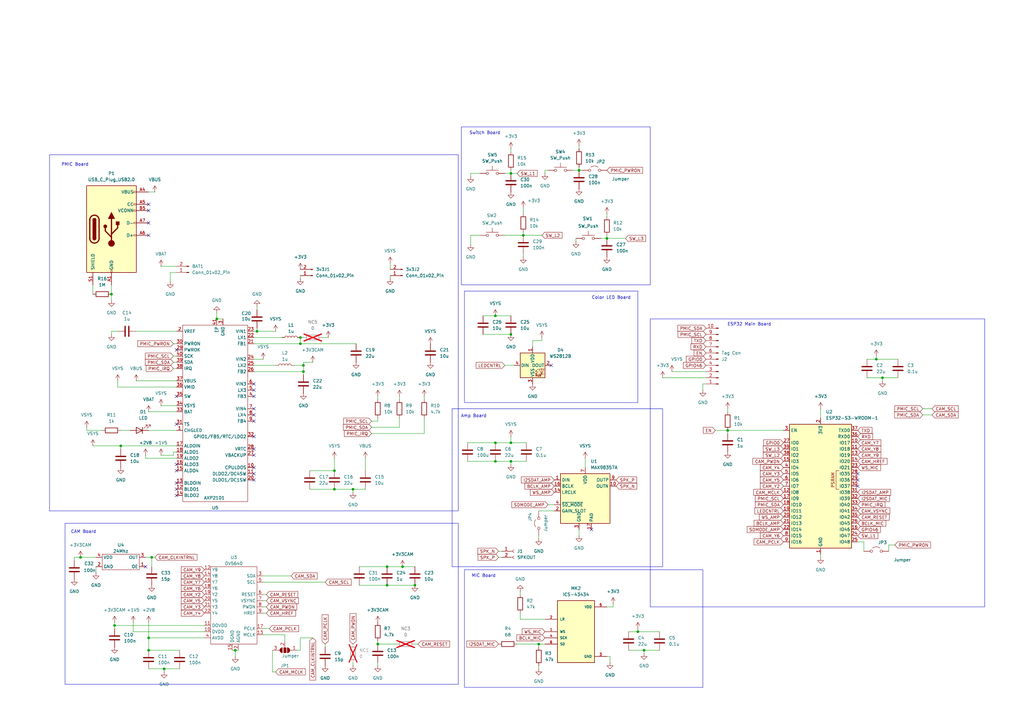
<source format=kicad_sch>
(kicad_sch (version 20231120) (generator "eeschema") (generator_version "8.0")
  (paper "A3")
  (title_block (title "Main Board esp32") (date "2024-12-10") (rev "1.0"))
  (junction (at 203.2 181.61))
  (junction (at 158.75 232.41))
  (junction (at 248.92 97.79))
  (junction (at 220.98 264.16))
  (junction (at 49.53 182.88))
  (junction (at 144.78 200.66))
  (junction (at 158.75 240.03))
  (junction (at 170.18 240.03))
  (junction (at 60.96 261.62))
  (junction (at 123.19 140.97))
  (junction (at 203.2 129.54))
  (junction (at 165.1 232.41))
  (junction (at 62.23 228.6))
  (junction (at 154.94 264.16))
  (junction (at 264.16 266.7))
  (junction (at 45.72 120.65))
  (junction (at 237.49 69.85))
  (junction (at 209.55 189.23))
  (junction (at 60.96 266.7))
  (junction (at 203.2 189.23))
  (junction (at 361.95 154.94))
  (junction (at 96.52 266.7))
  (junction (at 67.31 274.32))
  (junction (at 105.41 135.89))
  (junction (at 209.55 137.16))
  (junction (at 298.45 176.53))
  (junction (at 209.55 71.12))
  (junction (at 261.62 259.08))
  (junction (at 123.19 138.43))
  (junction (at 214.63 96.52))
  (junction (at 209.55 181.61))
  (junction (at 46.99 256.54))
  (junction (at 137.16 193.04))
  (junction (at 88.9 130.81))
  (junction (at 33.02 228.6))
  (junction (at 124.46 149.86))
  (junction (at 359.41 147.32))
  (junction (at 137.16 200.66))
  (junction (at 124.46 152.4))
  (no_connect (at 226.06 149.86))
  (no_connect (at 351.79 194.31))
  (no_connect (at 104.14 160.02))
  (no_connect (at 60.96 91.44))
  (no_connect (at 104.14 196.85))
  (no_connect (at 351.79 196.85))
  (no_connect (at 104.14 186.69))
  (no_connect (at 104.14 179.07))
  (no_connect (at 59.69 232.41))
  (no_connect (at 104.14 162.56))
  (no_connect (at 104.14 157.48))
  (no_connect (at 72.39 200.66))
  (no_connect (at 72.39 190.5))
  (no_connect (at 72.39 198.12))
  (no_connect (at 104.14 191.77))
  (no_connect (at 72.39 162.56))
  (no_connect (at 242.57 217.17))
  (no_connect (at 72.39 143.51))
  (no_connect (at 104.14 167.64))
  (no_connect (at 72.39 173.99))
  (no_connect (at 60.96 96.52))
  (no_connect (at 60.96 83.82))
  (no_connect (at 351.79 199.39))
  (no_connect (at 60.96 86.36))
  (no_connect (at 104.14 184.15))
  (no_connect (at 104.14 170.18))
  (no_connect (at 104.14 172.72))
  (no_connect (at 104.14 194.31))
  (no_connect (at 72.39 203.2))
  (no_connect (at 72.39 193.04))
  (wire (pts (xy 147.32 240.03) (xy 158.75 240.03)))
  (wire (pts (xy 49.53 176.53) (xy 53.34 176.53)))
  (wire (pts (xy 46.99 256.54) (xy 46.99 255.27)))
  (wire (pts (xy 144.78 271.78) (xy 144.78 273.05)))
  (wire (pts (xy 209.55 71.12) (xy 212.09 71.12)))
  (wire (pts (xy 123.19 113.03) (xy 123.19 114.3)))
  (wire (pts (xy 236.22 97.79) (xy 236.22 99.06)))
  (wire (pts (xy 207.01 71.12) (xy 209.55 71.12)))
  (wire (pts (xy 378.46 170.18) (xy 382.27 170.18)))
  (wire (pts (xy 378.46 167.64) (xy 382.27 167.64)))
  (wire (pts (xy 165.1 232.41) (xy 170.18 232.41)))
  (wire (pts (xy 207.01 96.52) (xy 214.63 96.52)))
  (wire (pts (xy 123.19 138.43) (xy 124.46 138.43)))
  (wire (pts (xy 60.96 261.62) (xy 60.96 266.7)))
  (wire (pts (xy 237.49 59.69) (xy 237.49 60.96)))
  (wire (pts (xy 121.92 266.7) (xy 123.19 266.7)))
  (wire (pts (xy 124.46 149.86) (xy 124.46 152.4)))
  (wire (pts (xy 298.45 176.53) (xy 298.45 177.8)))
  (wire (pts (xy 361.95 154.94) (xy 368.3 154.94)))
  (wire (pts (xy 248.92 248.92) (xy 251.46 248.92)))
  (wire (pts (xy 173.99 177.8) (xy 173.99 171.45)))
  (wire (pts (xy 107.95 248.92) (xy 109.22 248.92)))
  (wire (pts (xy 124.46 148.59) (xy 124.46 149.86)))
  (wire (pts (xy 354.33 222.25) (xy 354.33 226.06)))
  (wire (pts (xy 222.25 138.43) (xy 222.25 139.7)))
  (wire (pts (xy 105.41 125.73) (xy 105.41 127)))
  (wire (pts (xy 144.78 200.66) (xy 144.78 201.93)))
  (wire (pts (xy 104.14 140.97) (xy 123.19 140.97)))
  (wire (pts (xy 250.19 269.24) (xy 250.19 271.78)))
  (wire (pts (xy 234.95 69.85) (xy 237.49 69.85)))
  (wire (pts (xy 128.27 148.59) (xy 124.46 148.59)))
  (wire (pts (xy 59.69 187.96) (xy 59.69 186.69)))
  (wire (pts (xy 39.37 232.41) (xy 39.37 234.95)))
  (wire (pts (xy 160.02 107.95) (xy 160.02 110.49)))
  (wire (pts (xy 203.2 129.54) (xy 209.55 129.54)))
  (wire (pts (xy 191.77 189.23) (xy 203.2 189.23)))
  (wire (pts (xy 163.83 175.26) (xy 163.83 171.45)))
  (wire (pts (xy 209.55 181.61) (xy 215.9 181.61)))
  (wire (pts (xy 257.81 266.7) (xy 264.16 266.7)))
  (wire (pts (xy 62.23 228.6) (xy 63.5 228.6)))
  (wire (pts (xy 116.84 260.35) (xy 116.84 262.89)))
  (wire (pts (xy 205.74 226.06) (xy 204.47 226.06)))
  (wire (pts (xy 275.59 152.4) (xy 289.56 152.4)))
  (wire (pts (xy 55.88 135.89) (xy 72.39 135.89)))
  (wire (pts (xy 54.61 259.08) (xy 54.61 255.27)))
  (wire (pts (xy 123.19 266.7) (xy 123.19 261.62)))
  (wire (pts (xy 220.98 273.05) (xy 220.98 274.32)))
  (wire (pts (xy 220.98 219.71) (xy 220.98 220.98)))
  (wire (pts (xy 71.12 186.69) (xy 71.12 185.42)))
  (wire (pts (xy 354.33 222.25) (xy 351.79 222.25)))
  (wire (pts (xy 218.44 139.7) (xy 218.44 142.24)))
  (wire (pts (xy 33.02 228.6) (xy 30.48 228.6)))
  (wire (pts (xy 67.31 274.32) (xy 67.31 275.59)))
  (wire (pts (xy 124.46 152.4) (xy 124.46 153.67)))
  (wire (pts (xy 66.04 186.69) (xy 71.12 186.69)))
  (wire (pts (xy 298.45 176.53) (xy 321.31 176.53)))
  (wire (pts (xy 154.94 271.78) (xy 154.94 273.05)))
  (wire (pts (xy 66.04 109.22) (xy 72.39 109.22)))
  (wire (pts (xy 367.03 223.52) (xy 364.49 223.52)))
  (wire (pts (xy 198.12 129.54) (xy 203.2 129.54)))
  (wire (pts (xy 72.39 148.59) (xy 71.12 148.59)))
  (wire (pts (xy 123.19 261.62) (xy 128.27 261.62)))
  (wire (pts (xy 293.37 176.53) (xy 298.45 176.53)))
  (wire (pts (xy 152.4 175.26) (xy 163.83 175.26)))
  (wire (pts (xy 220.98 265.43) (xy 220.98 264.16)))
  (wire (pts (xy 69.85 111.76) (xy 69.85 115.57)))
  (wire (pts (xy 35.56 176.53) (xy 41.91 176.53)))
  (wire (pts (xy 213.36 242.57) (xy 213.36 243.84)))
  (wire (pts (xy 104.14 147.32) (xy 107.95 147.32)))
  (wire (pts (xy 191.77 181.61) (xy 203.2 181.61)))
  (wire (pts (xy 72.39 187.96) (xy 59.69 187.96)))
  (wire (pts (xy 72.39 151.13) (xy 71.12 151.13)))
  (wire (pts (xy 214.63 95.25) (xy 214.63 96.52)))
  (wire (pts (xy 355.6 154.94) (xy 361.95 154.94)))
  (wire (pts (xy 264.16 266.7) (xy 270.51 266.7)))
  (wire (pts (xy 46.99 256.54) (xy 83.82 256.54)))
  (wire (pts (xy 220.98 264.16) (xy 223.52 264.16)))
  (wire (pts (xy 60.96 274.32) (xy 67.31 274.32)))
  (wire (pts (xy 203.2 181.61) (xy 209.55 181.61)))
  (wire (pts (xy 203.2 189.23) (xy 209.55 189.23)))
  (wire (pts (xy 60.96 78.74) (xy 63.5 78.74)))
  (wire (pts (xy 38.1 182.88) (xy 49.53 182.88)))
  (wire (pts (xy 227.33 209.55) (xy 220.98 209.55)))
  (wire (pts (xy 104.14 135.89) (xy 105.41 135.89)))
  (wire (pts (xy 160.02 113.03) (xy 160.02 114.3)))
  (wire (pts (xy 46.99 257.81) (xy 46.99 256.54)))
  (wire (pts (xy 137.16 200.66) (xy 144.78 200.66)))
  (wire (pts (xy 209.55 189.23) (xy 209.55 190.5)))
  (wire (pts (xy 261.62 259.08) (xy 270.51 259.08)))
  (wire (pts (xy 45.72 135.89) (xy 45.72 137.16)))
  (wire (pts (xy 107.95 236.22) (xy 119.38 236.22)))
  (wire (pts (xy 154.94 162.56) (xy 154.94 163.83)))
  (wire (pts (xy 49.53 182.88) (xy 72.39 182.88)))
  (wire (pts (xy 105.41 134.62) (xy 105.41 135.89)))
  (wire (pts (xy 209.55 179.07) (xy 209.55 181.61)))
  (wire (pts (xy 48.26 135.89) (xy 45.72 135.89)))
  (wire (pts (xy 213.36 251.46) (xy 213.36 254)))
  (wire (pts (xy 193.04 71.12) (xy 193.04 72.39)))
  (wire (pts (xy 222.25 139.7) (xy 218.44 139.7)))
  (wire (pts (xy 95.25 266.7) (xy 96.52 266.7)))
  (wire (pts (xy 66.04 166.37) (xy 72.39 166.37)))
  (wire (pts (xy 173.99 162.56) (xy 173.99 163.83)))
  (wire (pts (xy 55.88 156.21) (xy 72.39 156.21)))
  (wire (pts (xy 54.61 259.08) (xy 83.82 259.08)))
  (wire (pts (xy 72.39 146.05) (xy 71.12 146.05)))
  (wire (pts (xy 60.96 255.27) (xy 60.96 261.62)))
  (wire (pts (xy 248.92 97.79) (xy 256.54 97.79)))
  (wire (pts (xy 133.35 264.16) (xy 133.35 265.43)))
  (wire (pts (xy 336.55 228.6) (xy 336.55 227.33)))
  (wire (pts (xy 49.53 182.88) (xy 49.53 184.15)))
  (wire (pts (xy 96.52 266.7) (xy 97.79 266.7)))
  (wire (pts (xy 193.04 96.52) (xy 193.04 100.33)))
  (wire (pts (xy 359.41 146.05) (xy 359.41 147.32)))
  (wire (pts (xy 198.12 137.16) (xy 209.55 137.16)))
  (wire (pts (xy 261.62 257.81) (xy 261.62 259.08)))
  (wire (pts (xy 96.52 266.7) (xy 96.52 269.24)))
  (wire (pts (xy 271.78 154.94) (xy 289.56 154.94)))
  (wire (pts (xy 289.56 157.48) (xy 288.29 157.48)))
  (wire (pts (xy 214.63 96.52) (xy 222.25 96.52)))
  (wire (pts (xy 209.55 69.85) (xy 209.55 71.12)))
  (wire (pts (xy 111.76 275.59) (xy 113.03 275.59)))
  (wire (pts (xy 104.14 138.43) (xy 115.57 138.43)))
  (wire (pts (xy 45.72 116.84) (xy 45.72 120.65)))
  (wire (pts (xy 248.92 269.24) (xy 250.19 269.24)))
  (wire (pts (xy 107.95 246.38) (xy 109.22 246.38)))
  (wire (pts (xy 154.94 264.16) (xy 162.56 264.16)))
  (wire (pts (xy 170.18 264.16) (xy 171.45 264.16)))
  (wire (pts (xy 214.63 105.41) (xy 214.63 104.14)))
  (wire (pts (xy 60.96 168.91) (xy 72.39 168.91)))
  (wire (pts (xy 149.86 187.96) (xy 149.86 193.04)))
  (wire (pts (xy 147.32 232.41) (xy 158.75 232.41)))
  (wire (pts (xy 237.49 68.58) (xy 237.49 69.85)))
  (wire (pts (xy 45.72 120.65) (xy 45.72 123.19)))
  (wire (pts (xy 248.92 87.63) (xy 248.92 88.9)))
  (wire (pts (xy 107.95 257.81) (xy 110.49 257.81)))
  (wire (pts (xy 30.48 228.6) (xy 30.48 229.87)))
  (wire (pts (xy 60.96 176.53) (xy 72.39 176.53)))
  (wire (pts (xy 264.16 266.7) (xy 264.16 267.97)))
  (wire (pts (xy 196.85 96.52) (xy 193.04 96.52)))
  (wire (pts (xy 60.96 266.7) (xy 73.66 266.7)))
  (wire (pts (xy 132.08 138.43) (xy 134.62 138.43)))
  (wire (pts (xy 209.55 60.96) (xy 209.55 62.23)))
  (wire (pts (xy 207.01 149.86) (xy 210.82 149.86)))
  (wire (pts (xy 355.6 147.32) (xy 359.41 147.32)))
  (wire (pts (xy 298.45 167.64) (xy 298.45 168.91)))
  (wire (pts (xy 223.52 69.85) (xy 223.52 71.12)))
  (wire (pts (xy 137.16 187.96) (xy 137.16 193.04)))
  (wire (pts (xy 224.79 207.01) (xy 227.33 207.01)))
  (wire (pts (xy 213.36 254) (xy 223.52 254)))
  (wire (pts (xy 152.4 172.72) (xy 154.94 172.72)))
  (wire (pts (xy 146.05 140.97) (xy 123.19 140.97)))
  (wire (pts (xy 107.95 238.76) (xy 133.35 238.76)))
  (wire (pts (xy 251.46 248.92) (xy 251.46 247.65)))
  (wire (pts (xy 88.9 128.27) (xy 88.9 130.81)))
  (wire (pts (xy 209.55 189.23) (xy 215.9 189.23)))
  (wire (pts (xy 152.4 177.8) (xy 173.99 177.8)))
  (wire (pts (xy 60.96 261.62) (xy 83.82 261.62)))
  (wire (pts (xy 248.92 96.52) (xy 248.92 97.79)))
  (wire (pts (xy 127 200.66) (xy 137.16 200.66)))
  (wire (pts (xy 154.94 172.72) (xy 154.94 171.45)))
  (wire (pts (xy 237.49 69.85) (xy 238.76 69.85)))
  (wire (pts (xy 105.41 135.89) (xy 113.03 135.89)))
  (wire (pts (xy 205.74 228.6) (xy 204.47 228.6)))
  (wire (pts (xy 71.12 140.97) (xy 72.39 140.97)))
  (wire (pts (xy 163.83 162.56) (xy 163.83 163.83)))
  (wire (pts (xy 127 193.04) (xy 137.16 193.04)))
  (wire (pts (xy 158.75 232.41) (xy 165.1 232.41)))
  (wire (pts (xy 196.85 71.12) (xy 193.04 71.12)))
  (wire (pts (xy 111.76 266.7) (xy 111.76 275.59)))
  (wire (pts (xy 104.14 152.4) (xy 124.46 152.4)))
  (wire (pts (xy 67.31 274.32) (xy 73.66 274.32)))
  (wire (pts (xy 107.95 251.46) (xy 109.22 251.46)))
  (wire (pts (xy 144.78 200.66) (xy 149.86 200.66)))
  (wire (pts (xy 71.12 185.42) (xy 72.39 185.42)))
  (wire (pts (xy 288.29 157.48) (xy 288.29 160.02)))
  (wire (pts (xy 158.75 240.03) (xy 170.18 240.03)))
  (wire (pts (xy 212.09 264.16) (xy 220.98 264.16)))
  (wire (pts (xy 48.26 156.21) (xy 48.26 158.75)))
  (wire (pts (xy 237.49 217.17) (xy 237.49 219.71)))
  (wire (pts (xy 257.81 259.08) (xy 261.62 259.08)))
  (wire (pts (xy 359.41 147.32) (xy 368.3 147.32)))
  (wire (pts (xy 72.39 158.75) (xy 48.26 158.75)))
  (wire (pts (xy 336.55 167.64) (xy 336.55 171.45)))
  (wire (pts (xy 107.95 243.84) (xy 109.22 243.84)))
  (wire (pts (xy 59.69 228.6) (xy 62.23 228.6)))
  (wire (pts (xy 62.23 228.6) (xy 62.23 232.41)))
  (wire (pts (xy 38.1 116.84) (xy 38.1 120.65)))
  (wire (pts (xy 107.95 260.35) (xy 116.84 260.35)))
  (wire (pts (xy 240.03 187.96) (xy 240.03 191.77)))
  (wire (pts (xy 154.94 262.89) (xy 154.94 264.16)))
  (wire (pts (xy 104.14 149.86) (xy 113.03 149.86)))
  (wire (pts (xy 123.19 140.97) (xy 123.19 138.43)))
  (wire (pts (xy 91.44 130.81) (xy 88.9 130.81)))
  (wire (pts (xy 214.63 87.63) (xy 214.63 85.09)))
  (wire (pts (xy 246.38 97.79) (xy 248.92 97.79)))
  (wire (pts (xy 39.37 228.6) (xy 33.02 228.6)))
  (wire (pts (xy 35.56 176.53) (xy 35.56 175.26)))
  (wire (pts (xy 364.49 223.52) (xy 364.49 226.06)))
  (wire (pts (xy 361.95 154.94) (xy 361.95 156.21)))
  (wire (pts (xy 72.39 111.76) (xy 69.85 111.76)))
  (wire (pts (xy 120.65 149.86) (xy 124.46 149.86)))
  (wire (pts (xy 224.79 69.85) (xy 223.52 69.85)))
  (rectangle (start 190.5 233.68) (end 288.29 281.94))
  (rectangle (start 20.32 63.5) (end 187.96 209.55))
  (rectangle (start 26.67 214.63) (end 187.96 280.67))
  (rectangle (start 190.5 119.38) (end 261.62 165.1))
  (rectangle (start 266.7 130.81) (end 403.86 248.92))
  (rectangle (start 189.23 52.07) (end 266.7 116.84))
  (rectangle (start 185.42 167.64) (end 271.78 232.41))
  (text "ESP32 Main Board\n" (at 307.34 133.096 0) (effects (font (size 1.27 1.27))))
  (text "PMIC Board" (at 30.734 67.564 0) (effects (font (size 1.27 1.27))))
  (text "Color LED Board" (at 250.698 122.174 0) (effects (font (size 1.27 1.27))))
  (text "Switch Board" (at 198.882 54.61 0) (effects (font (size 1.27 1.27))))
  (text "Amp Board\n" (at 194.31 170.688 0) (effects (font (size 1.27 1.27))))
  (text "MIC Board\n" (at 198.374 236.22 0) (effects (font (size 1.27 1.27))))
  (text "CAM Board\n" (at 34.29 218.186 0) (effects (font (size 1.27 1.27))))
  (global_label "LEDCNTRL" (shape input) (at 321.31 209.55 180) (property "Intersheetrefs" "${INTERSHEET_REFS}" (effects (hide yes))))
  (global_label "EN" (shape input) (at 293.37 176.53 180) (property "Intersheetrefs" "${INTERSHEET_REFS}" (effects (hide yes))))
  (global_label "CAM_CLKINTRNL" (shape input) (at 63.5 228.6 0) (property "Intersheetrefs" "${INTERSHEET_REFS}" (effects (hide yes))))
  (global_label "PMIC_IRQ" (shape input) (at 71.12 151.13 180) (property "Intersheetrefs" "${INTERSHEET_REFS}" (effects (hide yes))))
  (global_label "CAM_MCLK" (shape input) (at 321.31 201.93 180) (property "Intersheetrefs" "${INTERSHEET_REFS}" (effects (hide yes))))
  (global_label "WS_AMP" (shape input) (at 321.31 212.09 180) (property "Intersheetrefs" "${INTERSHEET_REFS}" (effects (hide yes))))
  (global_label "GPIO0" (shape input) (at 289.56 147.32 180) (property "Intersheetrefs" "${INTERSHEET_REFS}" (effects (hide yes))))
  (global_label "SDMODE_AMP" (shape input) (at 321.31 217.17 180) (property "Intersheetrefs" "${INTERSHEET_REFS}" (effects (hide yes))))
  (global_label "SDMODE_AMP" (shape input) (at 224.79 207.01 180) (property "Intersheetrefs" "${INTERSHEET_REFS}" (effects (hide yes))))
  (global_label "CAM_Y8" (shape input) (at 351.79 184.15 0) (property "Intersheetrefs" "${INTERSHEET_REFS}" (effects (hide yes))))
  (global_label "BCLK_AMP" (shape input) (at 227.33 199.39 180) (property "Intersheetrefs" "${INTERSHEET_REFS}" (effects (hide yes))))
  (global_label "CAM_VSYNC" (shape input) (at 109.22 246.38 0) (property "Intersheetrefs" "${INTERSHEET_REFS}" (effects (hide yes))))
  (global_label "CAM_Y3" (shape input) (at 83.82 248.92 180) (property "Intersheetrefs" "${INTERSHEET_REFS}" (effects (hide yes))))
  (global_label "SPK_N" (shape input) (at 204.47 226.06 180) (property "Intersheetrefs" "${INTERSHEET_REFS}" (effects (hide yes))))
  (global_label "CAM_SDA" (shape input) (at 382.27 170.18 0) (property "Intersheetrefs" "${INTERSHEET_REFS}" (effects (hide yes))))
  (global_label "PMIC_SDA" (shape input) (at 289.56 134.62 180) (property "Intersheetrefs" "${INTERSHEET_REFS}" (effects (hide yes))))
  (global_label "RXD" (shape input) (at 289.56 142.24 180) (property "Intersheetrefs" "${INTERSHEET_REFS}" (effects (hide yes))))
  (global_label "SW_L3" (shape input) (at 321.31 184.15 180) (property "Intersheetrefs" "${INTERSHEET_REFS}" (effects (hide yes))))
  (global_label "PMIC_PWRON" (shape input) (at 248.92 69.85 0) (property "Intersheetrefs" "${INTERSHEET_REFS}" (effects (hide yes))))
  (global_label "CAM_RESET" (shape input) (at 351.79 212.09 0) (property "Intersheetrefs" "${INTERSHEET_REFS}" (effects (hide yes))))
  (global_label "CAM_VSYNC" (shape input) (at 351.79 209.55 0) (property "Intersheetrefs" "${INTERSHEET_REFS}" (effects (hide yes))))
  (global_label "I2SDAT_MIC" (shape input) (at 204.47 264.16 180) (property "Intersheetrefs" "${INTERSHEET_REFS}" (effects (hide yes))))
  (global_label "CAM_Y9" (shape input) (at 351.79 186.69 0) (property "Intersheetrefs" "${INTERSHEET_REFS}" (effects (hide yes))))
  (global_label "CAM_Y4" (shape input) (at 83.82 251.46 180) (property "Intersheetrefs" "${INTERSHEET_REFS}" (effects (hide yes))))
  (global_label "CAM_SDA" (shape input) (at 119.38 236.22 0) (property "Intersheetrefs" "${INTERSHEET_REFS}" (effects (hide yes))))
  (global_label "CAM_CLKINTRNL" (shape input) (at 128.27 261.62 270) (property "Intersheetrefs" "${INTERSHEET_REFS}" (effects (hide yes))))
  (global_label "PMIC_SDA" (shape input) (at 71.12 148.59 180) (property "Intersheetrefs" "${INTERSHEET_REFS}" (effects (hide yes))))
  (global_label "LEDCNTRL" (shape input) (at 207.01 149.86 180) (property "Intersheetrefs" "${INTERSHEET_REFS}" (effects (hide yes))))
  (global_label "SW_L2" (shape input) (at 321.31 186.69 180) (property "Intersheetrefs" "${INTERSHEET_REFS}" (effects (hide yes))))
  (global_label "GPIO46" (shape input) (at 351.79 217.17 0) (property "Intersheetrefs" "${INTERSHEET_REFS}" (effects (hide yes))))
  (global_label "BCLK_AMP" (shape input) (at 321.31 214.63 180) (property "Intersheetrefs" "${INTERSHEET_REFS}" (effects (hide yes))))
  (global_label "WS_MIC" (shape input) (at 351.79 191.77 0) (property "Intersheetrefs" "${INTERSHEET_REFS}" (effects (hide yes))))
  (global_label "CAM_RESET" (shape input) (at 109.22 243.84 0) (property "Intersheetrefs" "${INTERSHEET_REFS}" (effects (hide yes))))
  (global_label "CAM_Y7" (shape input) (at 351.79 181.61 0) (property "Intersheetrefs" "${INTERSHEET_REFS}" (effects (hide yes))))
  (global_label "CAM_PCLK" (shape input) (at 110.49 257.81 0) (property "Intersheetrefs" "${INTERSHEET_REFS}" (effects (hide yes))))
  (global_label "CAM_Y5" (shape input) (at 83.82 246.38 180) (property "Intersheetrefs" "${INTERSHEET_REFS}" (effects (hide yes))))
  (global_label "CAM_Y8" (shape input) (at 83.82 236.22 180) (property "Intersheetrefs" "${INTERSHEET_REFS}" (effects (hide yes))))
  (global_label "SPK_P" (shape input) (at 204.47 228.6 180) (property "Intersheetrefs" "${INTERSHEET_REFS}" (effects (hide yes))))
  (global_label "CAM_PWDN" (shape input) (at 144.78 264.16 90) (property "Intersheetrefs" "${INTERSHEET_REFS}" (effects (hide yes))))
  (global_label "CAM_SCL" (shape input) (at 133.35 238.76 0) (property "Intersheetrefs" "${INTERSHEET_REFS}" (effects (hide yes))))
  (global_label "CAM_Y3" (shape input) (at 321.31 194.31 180) (property "Intersheetrefs" "${INTERSHEET_REFS}" (effects (hide yes))))
  (global_label "GPIO46" (shape input) (at 289.56 149.86 180) (property "Intersheetrefs" "${INTERSHEET_REFS}" (effects (hide yes))))
  (global_label "BCLK_MIC" (shape input) (at 351.79 214.63 0) (property "Intersheetrefs" "${INTERSHEET_REFS}" (effects (hide yes))))
  (global_label "CAM_Y4" (shape input) (at 321.31 191.77 180) (property "Intersheetrefs" "${INTERSHEET_REFS}" (effects (hide yes))))
  (global_label "WS_AMP" (shape input) (at 227.33 201.93 180) (property "Intersheetrefs" "${INTERSHEET_REFS}" (effects (hide yes))))
  (global_label "WS_MIC" (shape input) (at 223.52 259.08 180) (property "Intersheetrefs" "${INTERSHEET_REFS}" (effects (hide yes))))
  (global_label "PMIC_PWRON" (shape input) (at 367.03 223.52 0) (property "Intersheetrefs" "${INTERSHEET_REFS}" (effects (hide yes))))
  (global_label "CAM_Y6" (shape input) (at 321.31 219.71 180) (property "Intersheetrefs" "${INTERSHEET_REFS}" (effects (hide yes))))
  (global_label "I2SDAT_MIC" (shape input) (at 351.79 204.47 0) (property "Intersheetrefs" "${INTERSHEET_REFS}" (effects (hide yes))))
  (global_label "PMIC_SCL" (shape input) (at 378.46 167.64 180) (property "Intersheetrefs" "${INTERSHEET_REFS}" (effects (hide yes))))
  (global_label "SW_L1" (shape input) (at 351.79 219.71 0) (property "Intersheetrefs" "${INTERSHEET_REFS}" (effects (hide yes))))
  (global_label "CAM_PWDN" (shape input) (at 321.31 189.23 180) (property "Intersheetrefs" "${INTERSHEET_REFS}" (effects (hide yes))))
  (global_label "SPK_P" (shape input) (at 252.73 196.85 0) (property "Intersheetrefs" "${INTERSHEET_REFS}" (effects (hide yes))))
  (global_label "BCLK_MIC" (shape input) (at 223.52 261.62 180) (property "Intersheetrefs" "${INTERSHEET_REFS}" (effects (hide yes))))
  (global_label "GPIO0" (shape input) (at 321.31 181.61 180) (property "Intersheetrefs" "${INTERSHEET_REFS}" (effects (hide yes))))
  (global_label "PMIC_SCL" (shape input) (at 321.31 204.47 180) (property "Intersheetrefs" "${INTERSHEET_REFS}" (effects (hide yes))))
  (global_label "CAM_Y9" (shape input) (at 83.82 233.68 180) (property "Intersheetrefs" "${INTERSHEET_REFS}" (effects (hide yes))))
  (global_label "CAM_Y6" (shape input) (at 83.82 241.3 180) (property "Intersheetrefs" "${INTERSHEET_REFS}" (effects (hide yes))))
  (global_label "CAM_Y2" (shape input) (at 321.31 199.39 180) (property "Intersheetrefs" "${INTERSHEET_REFS}" (effects (hide yes))))
  (global_label "CAM_RESET" (shape input) (at 171.45 264.16 0) (property "Intersheetrefs" "${INTERSHEET_REFS}" (effects (hide yes))))
  (global_label "PMIC_SDA" (shape input) (at 152.4 175.26 180) (property "Intersheetrefs" "${INTERSHEET_REFS}" (effects (hide yes))))
  (global_label "SPK_N" (shape input) (at 252.73 199.39 0) (property "Intersheetrefs" "${INTERSHEET_REFS}" (effects (hide yes))))
  (global_label "PMIC_SDA" (shape input) (at 321.31 207.01 180) (property "Intersheetrefs" "${INTERSHEET_REFS}" (effects (hide yes))))
  (global_label "SW_L1" (shape input) (at 212.09 71.12 0) (property "Intersheetrefs" "${INTERSHEET_REFS}" (effects (hide yes))))
  (global_label "CAM_MCLK" (shape input) (at 113.03 275.59 0) (property "Intersheetrefs" "${INTERSHEET_REFS}" (effects (hide yes))))
  (global_label "I2SDAT_AMP" (shape input) (at 227.33 196.85 180) (property "Intersheetrefs" "${INTERSHEET_REFS}" (effects (hide yes))))
  (global_label "CAM_PCLK" (shape input) (at 321.31 222.25 180) (property "Intersheetrefs" "${INTERSHEET_REFS}" (effects (hide yes))))
  (global_label "PMIC_SDA" (shape input) (at 378.46 170.18 180) (property "Intersheetrefs" "${INTERSHEET_REFS}" (effects (hide yes))))
  (global_label "PMIC_SCL" (shape input) (at 152.4 172.72 180) (property "Intersheetrefs" "${INTERSHEET_REFS}" (effects (hide yes))))
  (global_label "CAM_Y7" (shape input) (at 83.82 238.76 180) (property "Intersheetrefs" "${INTERSHEET_REFS}" (effects (hide yes))))
  (global_label "PMIC_IRQ" (shape input) (at 351.79 207.01 0) (property "Intersheetrefs" "${INTERSHEET_REFS}" (effects (hide yes))))
  (global_label "TXD" (shape input) (at 351.79 176.53 0) (property "Intersheetrefs" "${INTERSHEET_REFS}" (effects (hide yes))))
  (global_label "SW_L2" (shape input) (at 222.25 96.52 0) (property "Intersheetrefs" "${INTERSHEET_REFS}" (effects (hide yes))))
  (global_label "CAM_PCLK" (shape input) (at 133.35 264.16 90) (property "Intersheetrefs" "${INTERSHEET_REFS}" (effects (hide yes))))
  (global_label "I2SDAT_AMP" (shape input) (at 351.79 201.93 0) (property "Intersheetrefs" "${INTERSHEET_REFS}" (effects (hide yes))))
  (global_label "CAM_Y2" (shape input) (at 83.82 243.84 180) (property "Intersheetrefs" "${INTERSHEET_REFS}" (effects (hide yes))))
  (global_label "SW_L3" (shape input) (at 256.54 97.79 0) (property "Intersheetrefs" "${INTERSHEET_REFS}" (effects (hide yes))))
  (global_label "PMIC_SCL" (shape input) (at 71.12 146.05 180) (property "Intersheetrefs" "${INTERSHEET_REFS}" (effects (hide yes))))
  (global_label "CAM_HREF" (shape input) (at 351.79 189.23 0) (property "Intersheetrefs" "${INTERSHEET_REFS}" (effects (hide yes))))
  (global_label "CAM_HREF" (shape input) (at 109.22 251.46 0) (property "Intersheetrefs" "${INTERSHEET_REFS}" (effects (hide yes))))
  (global_label "PMIC_IRQ" (shape input) (at 152.4 177.8 180) (property "Intersheetrefs" "${INTERSHEET_REFS}" (effects (hide yes))))
  (global_label "RXD" (shape input) (at 351.79 179.07 0) (property "Intersheetrefs" "${INTERSHEET_REFS}" (effects (hide yes))))
  (global_label "PMIC_PWRON" (shape input) (at 71.12 140.97 180) (property "Intersheetrefs" "${INTERSHEET_REFS}" (effects (hide yes))))
  (global_label "CAM_Y5" (shape input) (at 321.31 196.85 180) (property "Intersheetrefs" "${INTERSHEET_REFS}" (effects (hide yes))))
  (global_label "CAM_SCL" (shape input) (at 382.27 167.64 0) (property "Intersheetrefs" "${INTERSHEET_REFS}" (effects (hide yes))))
  (global_label "PMIC_SCL" (shape input) (at 289.56 137.16 180) (property "Intersheetrefs" "${INTERSHEET_REFS}" (effects (hide yes))))
  (global_label "TXD" (shape input) (at 289.56 139.7 180) (property "Intersheetrefs" "${INTERSHEET_REFS}" (effects (hide yes))))
  (global_label "CAM_PWDN" (shape input) (at 109.22 248.92 0) (property "Intersheetrefs" "${INTERSHEET_REFS}" (effects (hide yes))))
  (global_label "EN" (shape input) (at 289.56 144.78 180) (property "Intersheetrefs" "${INTERSHEET_REFS}" (effects (hide yes))))
  (symbol (lib_id "LED:WS2812B") (at 218.44 149.86 0) (unit 1)
    (property "Reference" "D4" (at 229.87 143.5414 0))
    (property "Value" "WS2812B" (at 229.87 146.0814 0))
    (property "Footprint" "LED_SMD:LED_WS2812B_PLCC4_5.0x5.0mm_P3.2mm" (effects (hide yes)))
    (property "Datasheet" "https://cdn-shop.adafruit.com/datasheets/WS2812B.pdf" (effects (hide yes)))
    (property "Description" "RGB LED with integrated controller" (effects (hide yes)))
    (property "LCSC Part" "C22461793" (effects (hide yes)))
    (property "Mfr Part" "XL-5050RGBC-WS2812B-S" (effects (hide yes)))
  )
  (symbol (lib_id "power:GND") (at 46.99 265.43 0) (unit 1)
    (property "Reference" "#PWR025" (effects (hide yes)))
    (property "Value" "GND" (at 46.99 270.51 0))
    (property "Description" "Power symbol creates a global label with name \"GND\" , ground" (effects (hide yes)))
  )
  (symbol (lib_id "Device:C") (at 170.18 236.22 180) (unit 1)
    (property "Reference" "C23" (at 173.99 234.9499 0) (effects (justify right)))
    (property "Value" "10u" (at 173.99 237.4899 0) (effects (justify right)))
    (property "Footprint" "Capacitor_SMD:C_0603_1608Metric" (effects (hide yes)))
    (property "Description" "Unpolarized capacitor" (effects (hide yes)))
  )
  (symbol (lib_id "power:+3V3") (at 359.41 146.05 0) (unit 1)
    (property "Reference" "#PWR022" (effects (hide yes)))
    (property "Value" "+3V3" (at 359.41 140.97 0))
    (property "Description" "Power symbol creates a global label with name \"+3V3\"" (effects (hide yes)))
  )
  (symbol (lib_id "power:GND") (at 193.04 100.33 0) (unit 1)
    (property "Reference" "#PWR052" (effects (hide yes)))
    (property "Value" "GND" (at 193.04 105.41 0))
    (property "Description" "Power symbol creates a global label with name \"GND\" , ground" (effects (hide yes)))
  )
  (symbol (lib_id "Device:R") (at 154.94 259.08 180) (unit 1)
    (property "Reference" "R7" (at 157.48 257.8099 0) (effects (justify right)))
    (property "Value" "4.7k" (at 157.48 260.3499 0) (effects (justify right)))
    (property "Footprint" "Resistor_SMD:R_0603_1608Metric_Pad0.98x0.95mm_HandSolder" (effects (hide yes)))
    (property "Description" "Resistor" (effects (hide yes)))
  )
  (symbol (lib_id "power:GND") (at 146.05 148.59 0) (unit 1)
    (property "Reference" "#PWR039" (effects (hide yes)))
    (property "Value" "GND" (at 146.05 153.67 0))
    (property "Description" "Power symbol creates a global label with name \"GND\" , ground" (effects (hide yes)))
  )
  (symbol (lib_id "Device:C") (at 198.12 133.35 180) (unit 1)
    (property "Reference" "C26" (at 201.93 132.0799 0) (effects (justify right)))
    (property "Value" "10u" (at 201.93 134.6199 0) (effects (justify right)))
    (property "Footprint" "Capacitor_SMD:C_0603_1608Metric_Pad1.08x0.95mm_HandSolder" (effects (hide yes)))
    (property "Description" "Unpolarized capacitor" (effects (hide yes)))
  )
  (symbol (lib_id "Device:C") (at 158.75 236.22 180) (unit 1)
    (property "Reference" "C24" (at 162.56 234.9499 0) (effects (justify right)))
    (property "Value" "1u" (at 162.56 237.4899 0) (effects (justify right)))
    (property "Footprint" "Capacitor_SMD:C_0603_1608Metric" (effects (hide yes)))
    (property "Description" "Unpolarized capacitor" (effects (hide yes)))
  )
  (symbol (lib_id "Audio:MAX98357A") (at 240.03 204.47 0) (unit 1)
    (property "Reference" "U1" (at 242.2241 189.23 0) (effects (justify left)))
    (property "Value" "MAX98357A" (at 242.2241 191.77 0) (effects (justify left)))
    (property "Footprint" "Package_DFN_QFN:TQFN-16-1EP_3x3mm_P0.5mm_EP1.23x1.23mm" (effects (hide yes)))
    (property "Datasheet" "https://www.lcsc.com/datasheet/lcsc_datasheet_2106070436_Analog-Devices-Inc--Maxim-Integrated-MAX98357AEWL-T_C2682619.pdf" (effects (hide yes)))
    (property "Description" "Tiny, Low-Cost, PCM Class D Amplifier with Class AB Performance" (effects (hide yes)))
    (property "LCSC Part" "C910544" (effects (hide yes)))
    (property "Mfr Part" "MAX98357AETE+T" (effects (hide yes)))
  )
  (symbol (lib_id "power:GND") (at 45.72 137.16 0) (unit 1)
    (property "Reference" "#PWR032" (effects (hide yes)))
    (property "Value" "GND" (at 45.72 142.24 0))
    (property "Description" "Power symbol creates a global label with name \"GND\" , ground" (effects (hide yes)))
  )
  (symbol (lib_id "power:+1V0") (at 55.88 156.21 0) (unit 1)
    (property "Reference" "#PWR062" (effects (hide yes)))
    (property "Value" "VBUS" (at 55.88 151.13 0))
    (property "Description" "System Voltage" (effects (hide yes)))
  )
  (symbol (lib_id "power:+1V0") (at 240.03 187.96 0) (unit 1)
    (property "Reference" "#PWR074" (effects (hide yes)))
    (property "Value" "VSYS" (at 240.03 182.88 0))
    (property "Description" "System Voltage" (effects (hide yes)))
  )
  (symbol (lib_id "Device:C") (at 52.07 135.89 90) (unit 1)
    (property "Reference" "C14" (at 52.07 128.27 90))
    (property "Value" "1u" (at 52.07 130.81 90))
    (property "Footprint" "Capacitor_SMD:C_0603_1608Metric" (effects (hide yes)))
    (property "Description" "Unpolarized capacitor" (effects (hide yes)))
  )
  (symbol (lib_id "power:+1V5") (at 54.61 255.27 0) (unit 1)
    (property "Reference" "#PWR028" (effects (hide yes)))
    (property "Value" "+1V5" (at 54.61 250.19 0))
    (property "Description" "Power symbol creates a global label with name \"+1V5\"" (effects (hide yes)))
  )
  (symbol (lib_id "power:+1V0") (at 107.95 147.32 0) (unit 1)
    (property "Reference" "#PWR066" (effects (hide yes)))
    (property "Value" "VSYS" (at 107.95 142.24 0))
    (property "Description" "System Voltage" (effects (hide yes)))
  )
  (symbol (lib_id "ov5640:OV5640") (at 97.79 240.03 0) (unit 1)
    (property "Reference" "U3" (at 95.885 228.6 0))
    (property "Value" "OV5640" (at 95.885 231.14 0))
    (property "Footprint" "Connector_FFC-FPC:TE_2-1734839-4_1x24-1MP_P0.5mm_Horizontal" (effects (hide yes)))
    (property "Datasheet" "https://www.lcsc.com/datasheet/lcsc_datasheet_2304140030_JUSHUO-AFC01-S24FCA-00_C262669.pdf" (effects (hide yes)))
    (property "Description" "Flip type 24P Bottom Contact Horizontal attachment 0.5mm SMD,P=0.5mm,Surface Mount，Right Angle FFC, FPC (Flat Flexible) Connector Assemblies ROHS" (effects (hide yes)))
    (property "LCSC Part" "C262669" (effects (hide yes)))
    (property "Mfr Part" "AFC01-S24FCA-00" (effects (hide yes)))
  )
  (symbol (lib_id "Connector:Conn_01x02_Pin") (at 128.27 113.03 180) (unit 1)
    (property "Reference" "3v3J1" (at 129.54 110.4899 0) (effects (justify right)))
    (property "Value" "Conn_01x02_Pin" (at 129.54 113.0299 0) (effects (justify right)))
    (property "Footprint" "Footprint_Wareit_Mic:SMD_CONNECTOR_PAD" (effects (hide yes)))
    (property "Description" "Generic connector, single row, 01x02, script generated" (effects (hide yes)))
  )
  (symbol (lib_id "Device:C") (at 191.77 185.42 0) (unit 1)
    (property "Reference" "C8" (at 195.58 184.1499 0) (effects (justify left)))
    (property "Value" "100u" (at 195.58 186.6899 0) (effects (justify left)))
    (property "Footprint" "Capacitor_SMD:C_0603_1608Metric_Pad1.08x0.95mm_HandSolder" (effects (hide yes)))
    (property "Description" "Unpolarized capacitor" (effects (hide yes)))
  )
  (symbol (lib_id "Device:C") (at 209.55 133.35 180) (unit 1)
    (property "Reference" "C25" (at 213.36 132.0799 0) (effects (justify right)))
    (property "Value" "10u" (at 213.36 134.6199 0) (effects (justify right)))
    (property "Footprint" "Capacitor_SMD:C_0603_1608Metric_Pad1.08x0.95mm_HandSolder" (effects (hide yes)))
    (property "Description" "Unpolarized capacitor" (effects (hide yes)))
  )
  (symbol (lib_id "Device:C") (at 60.96 270.51 0) (unit 1)
    (property "Reference" "C11" (at 64.77 269.2399 0) (effects (justify left)))
    (property "Value" "100n" (at 64.77 271.7799 0) (effects (justify left)))
    (property "Footprint" "Capacitor_SMD:C_0402_1005Metric" (effects (hide yes)))
    (property "Description" "Unpolarized capacitor" (effects (hide yes)))
  )
  (symbol (lib_id "power:+3V3") (at 128.27 148.59 0) (unit 1)
    (property "Reference" "#PWR077" (effects (hide yes)))
    (property "Value" "+3V3CAM" (at 128.27 143.51 0))
    (property "Description" "Power symbol creates a global label with name \"+3V3\"" (effects (hide yes)))
  )
  (symbol (lib_id "power:+1V0") (at 66.04 166.37 0) (unit 1)
    (property "Reference" "#PWR063" (effects (hide yes)))
    (property "Value" "VSYS" (at 66.04 161.29 0))
    (property "Description" "System Voltage" (effects (hide yes)))
  )
  (symbol (lib_id "Device:R") (at 41.91 120.65 90) (unit 1)
    (property "Reference" "R16" (at 41.91 114.3 90))
    (property "Value" "1M" (at 41.91 116.84 90))
    (property "Footprint" "Resistor_SMD:R_0603_1608Metric_Pad0.98x0.95mm_HandSolder" (effects (hide yes)))
    (property "Description" "Resistor" (effects (hide yes)))
  )
  (symbol (lib_id "power:GND") (at 170.18 240.03 0) (unit 1)
    (property "Reference" "#PWR011" (effects (hide yes)))
    (property "Value" "GND" (at 170.18 245.11 0))
    (property "Description" "Power symbol creates a global label with name \"GND\" , ground" (effects (hide yes)))
  )
  (symbol (lib_id "Device:C") (at 214.63 100.33 0) (unit 1)
    (property "Reference" "C29" (at 218.44 99.0599 0) (effects (justify left)))
    (property "Value" "100n" (at 218.44 101.5999 0) (effects (justify left)))
    (property "Footprint" "Capacitor_SMD:C_0402_1005Metric" (effects (hide yes)))
    (property "Description" "Unpolarized capacitor" (effects (hide yes)))
  )
  (symbol (lib_id "power:+1V0") (at 60.96 168.91 0) (unit 1)
    (property "Reference" "#PWR069" (effects (hide yes)))
    (property "Value" "VBAT" (at 60.96 163.83 0))
    (property "Description" "System Voltage" (effects (hide yes)))
  )
  (symbol (lib_id "Device:C") (at 257.81 262.89 0) (unit 1)
    (property "Reference" "C4" (at 261.62 261.6199 0) (effects (justify left)))
    (property "Value" "22u" (at 261.62 264.1599 0) (effects (justify left)))
    (property "Footprint" "Capacitor_SMD:C_0603_1608Metric_Pad1.08x0.95mm_HandSolder" (effects (hide yes)))
    (property "Description" "Unpolarized capacitor" (effects (hide yes)))
  )
  (symbol (lib_id "Device:R") (at 209.55 66.04 0) (unit 1)
    (property "Reference" "R15" (at 212.09 64.7699 0) (effects (justify left)))
    (property "Value" "10k" (at 212.09 67.3099 0) (effects (justify left)))
    (property "Footprint" "Resistor_SMD:R_0603_1608Metric_Pad0.98x0.95mm_HandSolder" (effects (hide yes)))
    (property "Description" "Resistor" (effects (hide yes)))
  )
  (symbol (lib_id "power:+3V3") (at 261.62 257.81 0) (unit 1)
    (property "Reference" "#PWR010" (effects (hide yes)))
    (property "Value" "+3V3" (at 261.62 252.73 0))
    (property "Description" "Power symbol creates a global label with name \"+3V3\"" (effects (hide yes)))
  )
  (symbol (lib_id "Device:C") (at 237.49 73.66 0) (unit 1)
    (property "Reference" "C28" (at 241.3 72.3899 0) (effects (justify left)))
    (property "Value" "100n" (at 241.3 74.9299 0) (effects (justify left)))
    (property "Footprint" "Capacitor_SMD:C_0402_1005Metric" (effects (hide yes)))
    (property "Description" "Unpolarized capacitor" (effects (hide yes)))
  )
  (symbol (lib_id "Connector:Conn_01x02_Pin") (at 165.1 113.03 180) (unit 1)
    (property "Reference" "3v3J2" (at 166.37 110.4899 0) (effects (justify right)))
    (property "Value" "Conn_01x02_Pin" (at 166.37 113.0299 0) (effects (justify right)))
    (property "Footprint" "Footprint_Wareit_Mic:SMD_CONNECTOR_PAD" (effects (hide yes)))
    (property "Description" "Generic connector, single row, 01x02, script generated" (effects (hide yes)))
  )
  (symbol (lib_id "power:GND") (at 248.92 105.41 0) (unit 1)
    (property "Reference" "#PWR049" (effects (hide yes)))
    (property "Value" "GND" (at 248.92 110.49 0))
    (property "Description" "Power symbol creates a global label with name \"GND\" , ground" (effects (hide yes)))
  )
  (symbol (lib_id "Device:C") (at 46.99 261.62 0) (unit 1)
    (property "Reference" "C10" (at 50.8 260.3499 0) (effects (justify left)))
    (property "Value" "100n" (at 50.8 262.8899 0) (effects (justify left)))
    (property "Footprint" "Capacitor_SMD:C_0402_1005Metric" (effects (hide yes)))
    (property "Description" "Unpolarized capacitor" (effects (hide yes)))
  )
  (symbol (lib_id "Switch:SW_Push") (at 241.3 97.79 0) (unit 1)
    (property "Reference" "SW1" (at 241.046 89.662 0))
    (property "Value" "SW_Push" (at 241.3 92.71 0))
    (property "Footprint" "Library:SW2_1825027-C_TEC" (effects (hide yes)))
    (property "Datasheet" "https://www.lcsc.com/datasheet/lcsc_datasheet_2411220707_TE-Connectivity-1825027-8_C266196.pdf" (effects (hide yes)))
    (property "Description" "3.25mm Round Button 50mA Bend-in SPST 160gf 24V Plugin Tactile Switches ROHS" (effects (hide yes)))
    (property "LCSC Part" "C266196" (effects (hide yes)))
    (property "Mfr Part" "1825027-8" (effects (hide yes)))
  )
  (symbol (lib_id "power:GND") (at 288.29 160.02 0) (unit 1)
    (property "Reference" "#PWR07" (effects (hide yes)))
    (property "Value" "GND" (at 288.29 165.1 0))
    (property "Description" "Power symbol creates a global label with name \"GND\" , ground" (effects (hide yes)))
  )
  (symbol (lib_id "Device:R") (at 248.92 92.71 0) (unit 1)
    (property "Reference" "R12" (at 251.46 91.4399 0) (effects (justify left)))
    (property "Value" "10k" (at 251.46 93.9799 0) (effects (justify left)))
    (property "Footprint" "Resistor_SMD:R_0603_1608Metric_Pad0.98x0.95mm_HandSolder" (effects (hide yes)))
    (property "Description" "Resistor" (effects (hide yes)))
  )
  (symbol (lib_id "power:+3V3") (at 271.78 154.94 0) (unit 1)
    (property "Reference" "#PWR027" (effects (hide yes)))
    (property "Value" "+3V3" (at 271.78 149.86 0))
    (property "Description" "Power symbol creates a global label with name \"+3V3\"" (effects (hide yes)))
  )
  (symbol (lib_id "power:GND") (at 213.36 242.57 180) (unit 1)
    (property "Reference" "#PWR09" (effects (hide yes)))
    (property "Value" "GND" (at 213.36 237.49 0))
    (property "Description" "Power symbol creates a global label with name \"GND\" , ground" (effects (hide yes)))
  )
  (symbol (lib_id "Switch:SW_Push") (at 229.87 69.85 0) (unit 1)
    (property "Reference" "SW4" (at 229.87 62.23 0))
    (property "Value" "SW_Push" (at 229.87 64.77 0))
    (property "Footprint" "switchLibrary:K2-1114SA-A4SW-06" (effects (hide yes)))
    (property "Datasheet" "https://www.lcsc.com/datasheet/lcsc_datasheet_1810061013_Korean-Hroparts-Elec-K2-1114SA-A4SW-06_C136662.pdf" (effects (hide yes)))
    (property "Description" "3.5mm 1.65mm Rectangle button 50mA Horizontal attachment 4.8mm SPST 100000 Times 250gf 12V SMD Tactile Switches ROHS" (effects (hide yes)))
    (property "LCSC Part" "C136662" (effects (hide yes)))
    (property "Mfr Part" "K2-1114SA-A4SW-06" (effects (hide yes)))
  )
  (symbol (lib_id "power:+1V5") (at 66.04 186.69 0) (unit 1)
    (property "Reference" "#PWR041" (effects (hide yes)))
    (property "Value" "+1V5" (at 66.04 181.61 0))
    (property "Description" "Power symbol creates a global label with name \"+1V5\"" (effects (hide yes)))
  )
  (symbol (lib_id "Device:C") (at 215.9 185.42 0) (unit 1)
    (property "Reference" "C7" (at 219.71 184.1499 0) (effects (justify left)))
    (property "Value" "0.1u" (at 219.71 186.6899 0) (effects (justify left)))
    (property "Footprint" "Capacitor_SMD:C_0603_1608Metric_Pad1.08x0.95mm_HandSolder" (effects (hide yes)))
    (property "Description" "Unpolarized capacitor" (effects (hide yes)))
  )
  (symbol (lib_id "Device:C") (at 124.46 157.48 180) (unit 1)
    (property "Reference" "C22" (at 128.27 156.2099 0) (effects (justify right)))
    (property "Value" "22u" (at 128.27 158.7499 0) (effects (justify right)))
    (property "Footprint" "Capacitor_SMD:C_0603_1608Metric_Pad1.08x0.95mm_HandSolder" (effects (hide yes)))
    (property "Description" "Unpolarized capacitor" (effects (hide yes)))
  )
  (symbol (lib_id "power:GND") (at 236.22 99.06 0) (unit 1)
    (property "Reference" "#PWR053" (effects (hide yes)))
    (property "Value" "GND" (at 236.22 104.14 0))
    (property "Description" "Power symbol creates a global label with name \"GND\" , ground" (effects (hide yes)))
  )
  (symbol (lib_id "power:GND") (at 336.55 228.6 0) (unit 1)
    (property "Reference" "#PWR01" (effects (hide yes)))
    (property "Value" "GND" (at 336.55 233.68 0))
    (property "Description" "Power symbol creates a global label with name \"GND\" , ground" (effects (hide yes)))
  )
  (symbol (lib_id "Device:R") (at 214.63 91.44 0) (unit 1)
    (property "Reference" "R14" (at 217.17 90.1699 0) (effects (justify left)))
    (property "Value" "10k" (at 217.17 92.7099 0) (effects (justify left)))
    (property "Footprint" "Resistor_SMD:R_0603_1608Metric_Pad0.98x0.95mm_HandSolder" (effects (hide yes)))
    (property "Description" "Resistor" (effects (hide yes)))
  )
  (symbol (lib_id "Device:C") (at 105.41 130.81 180) (unit 1)
    (property "Reference" "C20" (at 99.06 128.524 0) (effects (justify right)))
    (property "Value" "10u" (at 99.06 130.81 0) (effects (justify right)))
    (property "Footprint" "Capacitor_SMD:C_0603_1608Metric_Pad1.08x0.95mm_HandSolder" (effects (hide yes)))
    (property "Description" "Unpolarized capacitor" (effects (hide yes)))
  )
  (symbol (lib_id "power:GND") (at 133.35 273.05 0) (unit 1)
    (property "Reference" "#PWR021" (effects (hide yes)))
    (property "Value" "GND" (at 133.35 278.13 0))
    (property "Description" "Power symbol creates a global label with name \"GND\" , ground" (effects (hide yes)))
  )
  (symbol (lib_id "Device:C") (at 203.2 185.42 0) (unit 1)
    (property "Reference" "C6" (at 207.01 184.1499 0) (effects (justify left)))
    (property "Value" "22u" (at 207.01 186.6899 0) (effects (justify left)))
    (property "Footprint" "Capacitor_SMD:C_0603_1608Metric_Pad1.08x0.95mm_HandSolder" (effects (hide yes)))
    (property "Description" "Unpolarized capacitor" (effects (hide yes)))
  )
  (symbol (lib_id "power:+3V3") (at 214.63 85.09 0) (unit 1)
    (property "Reference" "#PWR047" (effects (hide yes)))
    (property "Value" "+3V3" (at 218.948 82.296 0))
    (property "Description" "Power symbol creates a global label with name \"+3V3\"" (effects (hide yes)))
  )
  (symbol (lib_id "Device:C") (at 49.53 187.96 180) (unit 1)
    (property "Reference" "C18" (at 53.34 186.6899 0) (effects (justify right)))
    (property "Value" "10u" (at 53.34 189.2299 0) (effects (justify right)))
    (property "Footprint" "Capacitor_SMD:C_0603_1608Metric_Pad1.08x0.95mm_HandSolder" (effects (hide yes)))
    (property "Description" "Unpolarized capacitor" (effects (hide yes)))
  )
  (symbol (lib_id "power:+2V8") (at 59.69 186.69 0) (unit 1)
    (property "Reference" "#PWR016" (effects (hide yes)))
    (property "Value" "+2V8" (at 59.69 181.61 0))
    (property "Description" "Power symbol creates a global label with name \"+2V8\"" (effects (hide yes)))
  )
  (symbol (lib_id "power:GND") (at 220.98 274.32 0) (unit 1)
    (property "Reference" "#PWR013" (effects (hide yes)))
    (property "Value" "GND" (at 220.98 279.4 0))
    (property "Description" "Power symbol creates a global label with name \"GND\" , ground" (effects (hide yes)))
  )
  (symbol (lib_id "power:+1V0") (at 149.86 187.96 0) (unit 1)
    (property "Reference" "#PWR070" (effects (hide yes)))
    (property "Value" "VBUS" (at 149.86 182.88 0))
    (property "Description" "System Voltage" (effects (hide yes)))
  )
  (symbol (lib_id "power:+3V3") (at 154.94 255.27 0) (unit 1)
    (property "Reference" "#PWR081" (effects (hide yes)))
    (property "Value" "+3V3CAM" (at 154.94 250.19 0))
    (property "Description" "Power symbol creates a global label with name \"+3V3\"" (effects (hide yes)))
  )
  (symbol (lib_id "power:+1V0") (at 48.26 156.21 0) (unit 1)
    (property "Reference" "#PWR060" (effects (hide yes)))
    (property "Value" "VSYS" (at 48.26 151.13 0))
    (property "Description" "System Voltage" (effects (hide yes)))
  )
  (symbol (lib_id "Components_Wareit_Mic:ICS-43434") (at 236.22 259.08 0) (unit 1)
    (property "Reference" "MK2" (at 236.22 241.3 0))
    (property "Value" "ICS-43434" (at 236.22 243.84 0))
    (property "Footprint" "Sensor_Audio:InvenSense_ICS-43434-6_3.5x2.65mm" (effects (hide yes)))
    (property "Datasheet" "https://www.lcsc.com/datasheet/lcsc_datasheet_2312010321_TDK-InvenSense-ICS-43434_C5656610.pdf" (effects (hide yes)))
    (property "Description" "Omni-directional 64dB MEMS Microphones ROHS" (effects (hide yes)))
    (property "MF" "TDK InvenSense" (effects (hide yes)))
    (property "DESCRIPTION" "Multi-Mode Microphone with I2S Digital Output" (effects (hide yes)))
    (property "PACKAGE" "LGA-6 TDK-InvenSense" (effects (hide yes)))
    (property "PRICE" "2.43 USD" (effects (hide yes)))
    (property "Package" "Custom Package TDK InvenSense" (effects (hide yes)))
    (property "Check_prices" "https://www.snapeda.com/parts/ICS-43434/TDK/view-part/?ref=eda" (effects (hide yes)))
    (property "Price" "None" (effects (hide yes)))
    (property "SnapEDA_Link" "https://www.snapeda.com/parts/ICS-43434/TDK/view-part/?ref=snap" (effects (hide yes)))
    (property "MP" "ICS-43434" (effects (hide yes)))
    (property "Availability" "In Stock" (effects (hide yes)))
    (property "AVAILABILITY" "Bad" (effects (hide yes)))
    (property "Description_1" "\n                        \n                            60 Hz ~ 20 kHz Digital, I2S Microphone MEMS (Silicon) 1.65 V ~ 3.63 V Omnidirectional (-26 ±1dB @ 94dB SPL) Solder Pads\n                        \n" (effects (hide yes)))
    (property "LCSC Part" "C5656610" (effects (hide yes)))
    (property "Mfr Part" "ICS-43434" (effects (hide yes)))
  )
  (symbol (lib_id "Device:R") (at 45.72 176.53 270) (unit 1)
    (property "Reference" "R11" (at 45.72 170.18 90))
    (property "Value" "1k" (at 45.72 172.72 90))
    (property "Footprint" "Resistor_SMD:R_0603_1608Metric_Pad0.98x0.95mm_HandSolder" (effects (hide yes)))
    (property "Description" "Resistor" (effects (hide yes)))
  )
  (symbol (lib_id "power:+1V0") (at 209.55 179.07 0) (unit 1)
    (property "Reference" "#PWR075" (effects (hide yes)))
    (property "Value" "VSYS" (at 209.55 173.99 0))
    (property "Description" "System Voltage" (effects (hide yes)))
  )
  (symbol (lib_id "Device:R") (at 144.78 267.97 0) (unit 1) (dnp yes)
    (property "Reference" "NC1" (at 147.32 266.6999 0) (effects (justify left)))
    (property "Value" "0" (at 147.32 269.2399 0) (effects (justify left)))
    (property "Footprint" "Resistor_SMD:R_1206_3216Metric" (effects (hide yes)))
    (property "Description" "Resistor" (effects (hide yes)))
  )
  (symbol (lib_id "power:+3V3") (at 33.02 228.6 0) (unit 1)
    (property "Reference" "#PWR086" (effects (hide yes)))
    (property "Value" "+3V3CAM" (at 33.02 223.52 0))
    (property "Description" "Power symbol creates a global label with name \"+3V3\"" (effects (hide yes)))
  )
  (symbol (lib_id "Switch:SW_Push") (at 201.93 71.12 0) (unit 1)
    (property "Reference" "SW5" (at 201.93 63.5 0))
    (property "Value" "SW_Push" (at 201.93 66.04 0))
    (property "Footprint" "Button_Switch_SMD:SW_SPST_B3S-1000" (effects (hide yes)))
    (property "Datasheet" "https://www.lcsc.com/datasheet/lcsc_datasheet_2404021114_Omron-Electronics-B3S-1000_C2733655.pdf" (effects (hide yes)))
    (property "Description" "Tactile Switches ROHS" (effects (hide yes)))
    (property "LCSC Part" "C2733655" (effects (hide yes)))
    (property "Mfr Part" "B3S-1000" (effects (hide yes)))
  )
  (symbol (lib_id "Device:L") (at 116.84 149.86 90) (unit 1)
    (property "Reference" "L2" (at 116.84 144.78 90))
    (property "Value" "1u" (at 116.84 147.32 90))
    (property "Footprint" "Inductor_SMD:L_0805_2012Metric_Pad1.05x1.20mm_HandSolder" (effects (hide yes)))
    (property "Description" "Inductor" (effects (hide yes)))
    (property "LCSC Part" "C6364721" (effects (hide yes)))
    (property "Mfr Part" "AHW2012F-1R0KTF" (effects (hide yes)))
  )
  (symbol (lib_id "power:GND") (at 223.52 71.12 0) (unit 1)
    (property "Reference" "#PWR051" (effects (hide yes)))
    (property "Value" "GND" (at 223.52 76.2 0))
    (property "Description" "Power symbol creates a global label with name \"GND\" , ground" (effects (hide yes)))
  )
  (symbol (lib_id "power:GND") (at 124.46 161.29 0) (unit 1)
    (property "Reference" "#PWR046" (effects (hide yes)))
    (property "Value" "GND" (at 124.46 166.37 0))
    (property "Description" "Power symbol creates a global label with name \"GND\" , ground" (effects (hide yes)))
  )
  (symbol (lib_id "Device:C") (at 147.32 236.22 180) (unit 1)
    (property "Reference" "C31" (at 151.13 234.9499 0) (effects (justify right)))
    (property "Value" "100n" (at 151.13 237.4899 0) (effects (justify right)))
    (property "Footprint" "Capacitor_SMD:C_0402_1005Metric" (effects (hide yes)))
    (property "Description" "Unpolarized capacitor" (effects (hide yes)))
  )
  (symbol (lib_id "Device:C") (at 248.92 101.6 0) (unit 1)
    (property "Reference" "C27" (at 252.73 100.3299 0) (effects (justify left)))
    (property "Value" "100n" (at 252.73 102.8699 0) (effects (justify left)))
    (property "Footprint" "Capacitor_SMD:C_0402_1005Metric" (effects (hide yes)))
    (property "Description" "Unpolarized capacitor" (effects (hide yes)))
  )
  (symbol (lib_id "Device:R") (at 220.98 269.24 0) (unit 1)
    (property "Reference" "R3" (at 223.52 267.9699 0) (effects (justify left)))
    (property "Value" "47k" (at 223.52 270.5099 0) (effects (justify left)))
    (property "Footprint" "Resistor_SMD:R_0603_1608Metric_Pad0.98x0.95mm_HandSolder" (effects (hide yes)))
    (property "Description" "Resistor" (effects (hide yes)))
  )
  (symbol (lib_name "AXP2101_1") (lib_id "pmic:AXP2101") (at 88.9 146.05 0) (unit 1)
    (property "Reference" "U5" (at 88.265 208.28 0))
    (property "Value" "AXP2101" (at 87.884 204.216 0))
    (property "Footprint" "Package_DFN_QFN:QFN-40-1EP_5x5mm_P0.4mm_EP3.6x3.6mm" (effects (hide yes)))
    (property "Datasheet" "https://www.lcsc.com/datasheet/lcsc_datasheet_2305060916_X-Powers-Tech-AXP2101_C3036461.pdf" (effects (hide yes)))
    (property "Description" "QFN-40-EP(5x5) Power Management - Specialized ROHS" (effects (hide yes)))
    (property "LCSC Part" "C3036461" (effects (hide yes)))
    (property "Mfr Part" "AXP2101" (effects (hide yes)))
  )
  (symbol (lib_id "Connector:Conn_01x10_Pin") (at 294.64 147.32 180) (unit 1) (in_bom no)
    (property "Reference" "J2" (at 295.91 147.3201 0) (effects (justify right)))
    (property "Value" "Tag Con" (at 295.91 144.7801 0) (effects (justify right)))
    (property "Footprint" "Library:TAG-CONNECT_TC2050-IDC" (effects (hide yes)))
    (property "Datasheet" "https://www.tag-connect.com/wp-content/uploads/bsk-pdf-manager/TC2050-IDC_Datasheet_7.pdf" (effects (hide yes)))
    (property "Description" "PLUG-OF-NAILS 10-PIN W/ LEGS 8" (effects (hide yes)))
  )
  (symbol (lib_id "Device:R") (at 163.83 167.64 180) (unit 1)
    (property "Reference" "R9" (at 166.37 166.3699 0) (effects (justify right)))
    (property "Value" "10k" (at 166.37 168.9099 0) (effects (justify right)))
    (property "Footprint" "Resistor_SMD:R_0603_1608Metric_Pad0.98x0.95mm_HandSolder" (effects (hide yes)))
    (property "Description" "Resistor" (effects (hide yes)))
  )
  (symbol (lib_id "power:GND") (at 69.85 115.57 0) (unit 1)
    (property "Reference" "#PWR057" (effects (hide yes)))
    (property "Value" "GND" (at 69.85 120.65 0))
    (property "Description" "Power symbol creates a global label with name \"GND\" , ground" (effects (hide yes)))
  )
  (symbol (lib_id "power:GND") (at 30.48 237.49 0) (unit 1)
    (property "Reference" "#PWR083" (effects (hide yes)))
    (property "Value" "GND" (at 30.48 242.57 0))
    (property "Description" "Power symbol creates a global label with name \"GND\" , ground" (effects (hide yes)))
  )
  (symbol (lib_id "power:+3V3") (at 248.92 87.63 0) (unit 1)
    (property "Reference" "#PWR030" (effects (hide yes)))
    (property "Value" "+3V3" (at 248.92 82.55 0))
    (property "Description" "Power symbol creates a global label with name \"+3V3\"" (effects (hide yes)))
  )
  (symbol (lib_id "power:+1V0") (at 35.56 175.26 0) (unit 1)
    (property "Reference" "#PWR064" (effects (hide yes)))
    (property "Value" "VSYS" (at 35.56 170.18 0))
    (property "Description" "System Voltage" (effects (hide yes)))
  )
  (symbol (lib_id "Device:R") (at 154.94 167.64 180) (unit 1)
    (property "Reference" "R8" (at 157.48 166.3699 0) (effects (justify right)))
    (property "Value" "10k" (at 157.48 168.9099 0) (effects (justify right)))
    (property "Footprint" "Resistor_SMD:R_0603_1608Metric_Pad0.98x0.95mm_HandSolder" (effects (hide yes)))
    (property "Description" "Resistor" (effects (hide yes)))
  )
  (symbol (lib_id "power:GND") (at 214.63 105.41 0) (unit 1)
    (property "Reference" "#PWR048" (effects (hide yes)))
    (property "Value" "GND" (at 214.63 110.49 0))
    (property "Description" "Power symbol creates a global label with name \"GND\" , ground" (effects (hide yes)))
  )
  (symbol (lib_id "power:GND") (at 62.23 240.03 0) (unit 1)
    (property "Reference" "#PWR084" (effects (hide yes)))
    (property "Value" "GND" (at 62.23 245.11 0))
    (property "Description" "Power symbol creates a global label with name \"GND\" , ground" (effects (hide yes)))
  )
  (symbol (lib_id "Device:C") (at 176.53 144.78 180) (unit 1)
    (property "Reference" "C21" (at 180.34 143.5099 0) (effects (justify right)))
    (property "Value" "10u" (at 180.34 146.0499 0) (effects (justify right)))
    (property "Footprint" "Capacitor_SMD:C_0603_1608Metric_Pad1.08x0.95mm_HandSolder" (effects (hide yes)))
    (property "Description" "Unpolarized capacitor" (effects (hide yes)))
  )
  (symbol (lib_id "power:GND") (at 264.16 267.97 0) (unit 1)
    (property "Reference" "#PWR012" (effects (hide yes)))
    (property "Value" "GND" (at 264.16 273.05 0))
    (property "Description" "Power symbol creates a global label with name \"GND\" , ground" (effects (hide yes)))
  )
  (symbol (lib_id "power:+1V0") (at 275.59 152.4 0) (unit 1)
    (property "Reference" "#PWR088" (effects (hide yes)))
    (property "Value" "VSYS" (at 277.622 147.32 0))
    (property "Description" "System Voltage" (effects (hide yes)))
  )
  (symbol (lib_id "power:+3V3") (at 123.19 110.49 0) (unit 1)
    (property "Reference" "#PWR034" (effects (hide yes)))
    (property "Value" "+3V3" (at 123.19 105.41 0))
    (property "Description" "Power symbol creates a global label with name \"+3V3\"" (effects (hide yes)))
  )
  (symbol (lib_id "power:GND") (at 39.37 234.95 0) (unit 1)
    (property "Reference" "#PWR085" (effects (hide yes)))
    (property "Value" "GND" (at 39.37 240.03 0))
    (property "Description" "Power symbol creates a global label with name \"GND\" , ground" (effects (hide yes)))
  )
  (symbol (lib_id "power:+3V3") (at 46.99 255.27 0) (unit 1)
    (property "Reference" "#PWR078" (effects (hide yes)))
    (property "Value" "+3V3CAM" (at 46.99 250.19 0))
    (property "Description" "Power symbol creates a global label with name \"+3V3\"" (effects (hide yes)))
  )
  (symbol (lib_id "Jumper:Jumper_2_Open") (at 243.84 69.85 0) (unit 1) (exclude_from_sim yes)
    (property "Reference" "JP2" (at 246.38 66.294 0))
    (property "Value" "Jumper" (at 254.508 73.406 0))
    (property "Footprint" "Jumper:SolderJumper-2_P1.3mm_Open_TrianglePad1.0x1.5mm" (effects (hide yes)))
    (property "Description" "Jumper, 2-pole, open" (effects (hide yes)))
  )
  (symbol (lib_id "Device:C") (at 149.86 196.85 180) (unit 1)
    (property "Reference" "C15" (at 153.67 195.5799 0) (effects (justify right)))
    (property "Value" "10u" (at 153.67 198.1199 0) (effects (justify right)))
    (property "Footprint" "Capacitor_SMD:C_0603_1608Metric_Pad1.08x0.95mm_HandSolder" (effects (hide yes)))
    (property "Description" "Unpolarized capacitor" (effects (hide yes)))
  )
  (symbol (lib_id "power:+1V0") (at 66.04 109.22 0) (unit 1)
    (property "Reference" "#PWR076" (effects (hide yes)))
    (property "Value" "VBAT" (at 66.04 104.14 0))
    (property "Description" "System Voltage" (effects (hide yes)))
  )
  (symbol (lib_id "Device:C") (at 298.45 181.61 0) (unit 1)
    (property "Reference" "C1" (at 302.26 180.3399 0) (effects (justify left)))
    (property "Value" "1u" (at 302.26 182.8799 0) (effects (justify left)))
    (property "Footprint" "Capacitor_SMD:C_0603_1608Metric_Pad1.08x0.95mm_HandSolder" (effects (hide yes)))
    (property "Description" "Unpolarized capacitor" (effects (hide yes)))
  )
  (symbol (lib_id "power:+2V8") (at 60.96 255.27 0) (unit 1)
    (property "Reference" "#PWR026" (effects (hide yes)))
    (property "Value" "+2V8" (at 60.96 250.19 0))
    (property "Description" "Power symbol creates a global label with name \"+2V8\"" (effects (hide yes)))
  )
  (symbol (lib_id "power:+3V3") (at 165.1 232.41 0) (unit 1)
    (property "Reference" "#PWR082" (effects (hide yes)))
    (property "Value" "+3V3CAM" (at 165.1 227.33 0))
    (property "Description" "Power symbol creates a global label with name \"+3V3\"" (effects (hide yes)))
  )
  (symbol (lib_id "power:GND") (at 154.94 273.05 0) (unit 1)
    (property "Reference" "#PWR029" (effects (hide yes)))
    (property "Value" "GND" (at 154.94 278.13 0))
    (property "Description" "Power symbol creates a global label with name \"GND\" , ground" (effects (hide yes)))
  )
  (symbol (lib_id "Connector:Conn_01x02_Socket") (at 210.82 226.06 0) (unit 1)
    (property "Reference" "J1" (at 212.09 226.0599 0) (effects (justify left)))
    (property "Value" "SPKOUT" (at 212.09 228.5999 0) (effects (justify left)))
    (property "Footprint" "Footprint_Wareit_Mic:SMD_CONNECTOR_PAD" (effects (hide yes)))
    (property "Description" "Generic connector, single row, 01x02, script generated" (effects (hide yes)))
  )
  (symbol (lib_id "Device:C") (at 154.94 267.97 0) (unit 1)
    (property "Reference" "C13" (at 158.75 266.6999 0) (effects (justify left)))
    (property "Value" "100n" (at 158.75 269.2399 0) (effects (justify left)))
    (property "Footprint" "Capacitor_SMD:C_0402_1005Metric" (effects (hide yes)))
    (property "Description" "Unpolarized capacitor" (effects (hide yes)))
  )
  (symbol (lib_id "Device:C") (at 355.6 151.13 0) (unit 1)
    (property "Reference" "C2" (at 359.41 149.8599 0) (effects (justify left)))
    (property "Value" "22u" (at 359.41 152.3999 0) (effects (justify left)))
    (property "Footprint" "Capacitor_SMD:C_0603_1608Metric_Pad1.08x0.95mm_HandSolder" (effects (hide yes)))
    (property "Description" "Unpolarized capacitor" (effects (hide yes)))
  )
  (symbol (lib_id "power:+3V3") (at 336.55 167.64 0) (unit 1)
    (property "Reference" "#PWR05" (effects (hide yes)))
    (property "Value" "+3V3" (at 336.55 162.56 0))
    (property "Description" "Power symbol creates a global label with name \"+3V3\"" (effects (hide yes)))
  )
  (symbol (lib_id "power:GND") (at 105.41 125.73 180) (unit 1)
    (property "Reference" "#PWR015" (effects (hide yes)))
    (property "Value" "GND" (at 105.41 120.65 0))
    (property "Description" "Power symbol creates a global label with name \"GND\" , ground" (effects (hide yes)))
  )
  (symbol (lib_id "Components_Wareit_Mic:YSO110TR") (at 49.53 229.87 0) (unit 1)
    (property "Reference" "U4" (at 49.53 223.52 0))
    (property "Value" "24Mhz" (at 49.53 226.06 0))
    (property "Footprint" "Footprint_Wareit_Mic:YSO110TR" (effects (hide yes)))
    (property "Datasheet" "https://www.lcsc.com/datasheet/lcsc_datasheet_2407310922_YXC-Crystal-Oscillators-OT252024MJBA4SL_C669072.pdf" (effects (hide yes)))
    (property "Description" "1.8V~3.3V ±10ppm 4mA ±20ppm CMOS 24MHz SMD2520-4P Crystal Oscillators ROHS" (effects (hide yes)))
    (property "LCSC Part" "C669072" (effects (hide yes)))
    (property "Mfr Part" "OT252024MJBA4SL" (effects (hide yes)))
  )
  (symbol (lib_id "power:+1V0") (at 113.03 135.89 0) (unit 1)
    (property "Reference" "#PWR067" (effects (hide yes)))
    (property "Value" "VSYS" (at 113.03 130.81 0))
    (property "Description" "System Voltage" (effects (hide yes)))
  )
  (symbol (lib_id "power:+3V3") (at 209.55 60.96 0) (unit 1)
    (property "Reference" "#PWR055" (effects (hide yes)))
    (property "Value" "+3V3" (at 209.55 55.88 0))
    (property "Description" "Power symbol creates a global label with name \"+3V3\"" (effects (hide yes)))
  )
  (symbol (lib_id "Device:R") (at 166.37 264.16 90) (unit 1) (dnp yes)
    (property "Reference" "NC3" (at 166.37 257.81 90))
    (property "Value" "0" (at 166.37 260.35 90))
    (property "Footprint" "Resistor_SMD:R_1206_3216Metric" (effects (hide yes)))
    (property "Description" "Resistor" (effects (hide yes)))
  )
  (symbol (lib_id "Device:L") (at 119.38 138.43 90) (unit 1)
    (property "Reference" "L1" (at 119.38 133.35 90))
    (property "Value" "1u" (at 119.38 135.89 90))
    (property "Footprint" "Inductor_SMD:L_0805_2012Metric_Pad1.05x1.20mm_HandSolder" (effects (hide yes)))
    (property "Description" "Inductor" (effects (hide yes)))
    (property "LCSC Part" "C6364721" (effects (hide yes)))
    (property "Mfr Part" "AHW2012F-1R0KTF" (effects (hide yes)))
  )
  (symbol (lib_id "power:+3V3") (at 163.83 162.56 0) (unit 1)
    (property "Reference" "#PWR036" (effects (hide yes)))
    (property "Value" "+3V3" (at 163.83 157.48 0))
    (property "Description" "Power symbol creates a global label with name \"+3V3\"" (effects (hide yes)))
  )
  (symbol (lib_id "power:GND") (at 361.95 156.21 0) (unit 1)
    (property "Reference" "#PWR06" (effects (hide yes)))
    (property "Value" "GND" (at 361.95 161.29 0))
    (property "Description" "Power symbol creates a global label with name \"GND\" , ground" (effects (hide yes)))
  )
  (symbol (lib_id "power:+1V0") (at 176.53 140.97 0) (unit 1)
    (property "Reference" "#PWR071" (effects (hide yes)))
    (property "Value" "VSYS" (at 176.53 135.89 0))
    (property "Description" "System Voltage" (effects (hide yes)))
  )
  (symbol (lib_id "power:GND") (at 209.55 137.16 0) (unit 1)
    (property "Reference" "#PWR020" (effects (hide yes)))
    (property "Value" "GND" (at 209.55 142.24 0))
    (property "Description" "Power symbol creates a global label with name \"GND\" , ground" (effects (hide yes)))
  )
  (symbol (lib_id "power:GND") (at 298.45 185.42 0) (unit 1)
    (property "Reference" "#PWR03" (effects (hide yes)))
    (property "Value" "GND" (at 298.45 190.5 0))
    (property "Description" "Power symbol creates a global label with name \"GND\" , ground" (effects (hide yes)))
  )
  (symbol (lib_id "power:GND") (at 144.78 273.05 0) (unit 1)
    (property "Reference" "#PWR023" (effects (hide yes)))
    (property "Value" "GND" (at 144.78 278.13 0))
    (property "Description" "Power symbol creates a global label with name \"GND\" , ground" (effects (hide yes)))
  )
  (symbol (lib_id "Device:R") (at 237.49 64.77 0) (unit 1)
    (property "Reference" "R13" (at 240.03 63.4999 0) (effects (justify left)))
    (property "Value" "10k" (at 240.03 66.0399 0) (effects (justify left)))
    (property "Footprint" "Resistor_SMD:R_0603_1608Metric_Pad0.98x0.95mm_HandSolder" (effects (hide yes)))
    (property "Description" "Resistor" (effects (hide yes)))
  )
  (symbol (lib_id "power:GND") (at 96.52 269.24 0) (unit 1)
    (property "Reference" "#PWR019" (effects (hide yes)))
    (property "Value" "GND" (at 96.52 274.32 0))
    (property "Description" "Power symbol creates a global label with name \"GND\" , ground" (effects (hide yes)))
  )
  (symbol (lib_id "power:GND") (at 250.19 271.78 0) (unit 1)
    (property "Reference" "#PWR08" (effects (hide yes)))
    (property "Value" "GND" (at 250.19 276.86 0))
    (property "Description" "Power symbol creates a global label with name \"GND\" , ground" (effects (hide yes)))
  )
  (symbol (lib_id "Connector:Conn_01x02_Pin") (at 77.47 111.76 180) (unit 1)
    (property "Reference" "BAT1" (at 78.74 109.2199 0) (effects (justify right)))
    (property "Value" "Conn_01x02_Pin" (at 78.74 111.7599 0) (effects (justify right)))
    (property "Footprint" "Footprint_Wareit_Mic:SMD_CONNECTOR_PAD" (effects (hide yes)))
    (property "Description" "Generic connector, single row, 01x02, script generated" (effects (hide yes)))
  )
  (symbol (lib_id "power:GND") (at 88.9 128.27 180) (unit 1)
    (property "Reference" "#PWR031" (effects (hide yes)))
    (property "Value" "GND" (at 88.9 123.19 0))
    (property "Description" "Power symbol creates a global label with name \"GND\" , ground" (effects (hide yes)))
  )
  (symbol (lib_id "power:GND") (at 237.49 219.71 0) (unit 1)
    (property "Reference" "#PWR014" (effects (hide yes)))
    (property "Value" "GND" (at 237.49 224.79 0))
    (property "Description" "Power symbol creates a global label with name \"GND\" , ground" (effects (hide yes)))
  )
  (symbol (lib_id "RF_Module:ESP32-S3-WROOM-1") (at 336.55 199.39 0) (unit 1)
    (property "Reference" "U2" (at 338.7441 168.91 0) (effects (justify left)))
    (property "Value" "ESP32-S3-WROOM-1" (at 338.7441 171.45 0) (effects (justify left)))
    (property "Footprint" "RF_Module:ESP32-S3-WROOM-1" (effects (hide yes)))
    (property "Datasheet" "https://www.espressif.com/sites/default/files/documentation/esp32-s3-wroom-1_wroom-1u_datasheet_en.pdf" (effects (hide yes)))
    (property "Description" "RF Module, ESP32-S3 SoC, Wi-Fi 802.11b/g/n, Bluetooth, BLE, 32-bit, 3.3V, onboard antenna, SMD" (effects (hide yes)))
  )
  (symbol (lib_id "Device:C") (at 30.48 233.68 0) (unit 1)
    (property "Reference" "C32" (at 34.544 231.14 0) (effects (justify left)))
    (property "Value" "100n" (at 34.29 233.934 0) (effects (justify left)))
    (property "Footprint" "Capacitor_SMD:C_0402_1005Metric" (effects (hide yes)))
    (property "Description" "Unpolarized capacitor" (effects (hide yes)))
  )
  (symbol (lib_id "Switch:SW_Push") (at 201.93 96.52 0) (unit 1)
    (property "Reference" "SW2" (at 201.676 88.392 0))
    (property "Value" "SW_Push" (at 201.93 91.44 0))
    (property "Footprint" "Library:SW2_1825027-C_TEC" (effects (hide yes)))
    (property "Datasheet" "https://www.lcsc.com/datasheet/lcsc_datasheet_2411220707_TE-Connectivity-1825027-8_C266196.pdf" (effects (hide yes)))
    (property "Description" "3.25mm Round Button 50mA Bend-in SPST 160gf 24V Plugin Tactile Switches ROHS" (effects (hide yes)))
    (property "LCSC Part" "C266196" (effects (hide yes)))
    (property "Mfr Part" "1825027-8" (effects (hide yes)))
  )
  (symbol (lib_id "Jumper:SolderJumper_3_Open") (at 116.84 266.7 180) (unit 1) (exclude_from_sim yes) (in_bom no)
    (property "Reference" "JP1" (at 116.84 273.05 0))
    (property "Value" "Jumper" (at 119.126 268.986 0))
    (property "Footprint" "Jumper:SolderJumper-3_P1.3mm_Open_RoundedPad1.0x1.5mm" (effects (hide yes)))
    (property "Description" "Solder Jumper, 3-pole, open" (effects (hide yes)))
  )
  (symbol (lib_id "Device:R") (at 128.27 138.43 90) (unit 1) (dnp yes)
    (property "Reference" "NC5" (at 128.27 132.08 90))
    (property "Value" "0" (at 128.27 134.62 90))
    (property "Footprint" "Resistor_SMD:R_1206_3216Metric" (effects (hide yes)))
    (property "Description" "Resistor" (effects (hide yes)))
  )
  (symbol (lib_id "power:+1V0") (at 63.5 78.74 0) (unit 1)
    (property "Reference" "#PWR061" (effects (hide yes)))
    (property "Value" "VBUS" (at 63.5 73.66 0))
    (property "Description" "System Voltage" (effects (hide yes)))
  )
  (symbol (lib_id "power:+3V3") (at 134.62 138.43 0) (unit 1)
    (property "Reference" "#PWR040" (effects (hide yes)))
    (property "Value" "+3V3" (at 134.62 133.35 0))
    (property "Description" "Power symbol creates a global label with name \"+3V3\"" (effects (hide yes)))
  )
  (symbol (lib_id "power:GND") (at 49.53 191.77 0) (unit 1)
    (property "Reference" "#PWR038" (effects (hide yes)))
    (property "Value" "GND" (at 49.53 196.85 0))
    (property "Description" "Power symbol creates a global label with name \"GND\" , ground" (effects (hide yes)))
  )
  (symbol (lib_id "Device:C") (at 62.23 236.22 0) (unit 1)
    (property "Reference" "C33" (at 66.04 234.9499 0) (effects (justify left)))
    (property "Value" "15p" (at 66.04 237.4899 0) (effects (justify left)))
    (property "Footprint" "Capacitor_SMD:C_0402_1005Metric" (effects (hide yes)))
    (property "Description" "Unpolarized capacitor" (effects (hide yes)))
  )
  (symbol (lib_id "power:GND") (at 144.78 201.93 0) (unit 1)
    (property "Reference" "#PWR033" (effects (hide yes)))
    (property "Value" "GND" (at 144.78 207.01 0))
    (property "Description" "Power symbol creates a global label with name \"GND\" , ground" (effects (hide yes)))
  )
  (symbol (lib_id "power:+1V0") (at 137.16 187.96 0) (unit 1)
    (property "Reference" "#PWR068" (effects (hide yes)))
    (property "Value" "VSYS" (at 137.16 182.88 0))
    (property "Description" "System Voltage" (effects (hide yes)))
  )
  (symbol (lib_id "Jumper:Jumper_2_Open") (at 359.41 226.06 0) (unit 1) (exclude_from_sim yes)
    (property "Reference" "JP3" (at 361.95 222.504 0))
    (property "Value" "Jumper" (at 370.078 229.616 0))
    (property "Footprint" "Jumper:SolderJumper-2_P1.3mm_Open_TrianglePad1.0x1.5mm" (effects (hide yes)))
    (property "Description" "Jumper, 2-pole, open" (effects (hide yes)))
  )
  (symbol (lib_id "Device:C") (at 209.55 74.93 0) (unit 1)
    (property "Reference" "C30" (at 213.36 73.6599 0) (effects (justify left)))
    (property "Value" "100n" (at 213.36 76.1999 0) (effects (justify left)))
    (property "Footprint" "Capacitor_SMD:C_0402_1005Metric" (effects (hide yes)))
    (property "Description" "Unpolarized capacitor" (effects (hide yes)))
  )
  (symbol (lib_id "power:GND") (at 123.19 114.3 0) (unit 1)
    (property "Reference" "#PWR059" (effects (hide yes)))
    (property "Value" "GND" (at 123.19 119.38 0))
    (property "Description" "Power symbol creates a global label with name \"GND\" , ground" (effects (hide yes)))
  )
  (symbol (lib_id "power:GND") (at 176.53 148.59 0) (unit 1)
    (property "Reference" "#PWR045" (effects (hide yes)))
    (property "Value" "GND" (at 176.53 153.67 0))
    (property "Description" "Power symbol creates a global label with name \"GND\" , ground" (effects (hide yes)))
  )
  (symbol (lib_id "power:+1V0") (at 38.1 182.88 0) (unit 1)
    (property "Reference" "#PWR065" (effects (hide yes)))
    (property "Value" "VSYS" (at 38.1 177.8 0))
    (property "Description" "System Voltage" (effects (hide yes)))
  )
  (symbol (lib_id "power:+3V3") (at 154.94 162.56 0) (unit 1)
    (property "Reference" "#PWR035" (effects (hide yes)))
    (property "Value" "+3V3" (at 154.94 157.48 0))
    (property "Description" "Power symbol creates a global label with name \"+3V3\"" (effects (hide yes)))
  )
  (symbol (lib_id "Device:C") (at 368.3 151.13 0) (unit 1)
    (property "Reference" "C3" (at 372.11 149.8599 0) (effects (justify left)))
    (property "Value" "0.1u" (at 372.11 152.3999 0) (effects (justify left)))
    (property "Footprint" "Capacitor_SMD:C_0603_1608Metric_Pad1.08x0.95mm_HandSolder" (effects (hide yes)))
    (property "Description" "Unpolarized capacitor" (effects (hide yes)))
  )
  (symbol (lib_id "Device:C") (at 133.35 269.24 0) (unit 1)
    (property "Reference" "C9" (at 137.16 267.9699 0) (effects (justify left)))
    (property "Value" "15p" (at 137.16 270.5099 0) (effects (justify left)))
    (property "Footprint" "Capacitor_SMD:C_0402_1005Metric" (effects (hide yes)))
    (property "Description" "Unpolarized capacitor" (effects (hide yes)))
  )
  (symbol (lib_id "power:+1V0") (at 160.02 107.95 0) (unit 1)
    (property "Reference" "#PWR087" (effects (hide yes)))
    (property "Value" "VSYS" (at 160.02 102.87 0))
    (property "Description" "System Voltage" (effects (hide yes)))
  )
  (symbol (lib_id "power:GND") (at 209.55 78.74 0) (unit 1)
    (property "Reference" "#PWR056" (effects (hide yes)))
    (property "Value" "GND" (at 209.55 83.82 0))
    (property "Description" "Power symbol creates a global label with name \"GND\" , ground" (effects (hide yes)))
  )
  (symbol (lib_id "power:GND") (at 67.31 275.59 0) (unit 1)
    (property "Reference" "#PWR024" (effects (hide yes)))
    (property "Value" "GND" (at 67.31 280.67 0))
    (property "Description" "Power symbol creates a global label with name \"GND\" , ground" (effects (hide yes)))
  )
  (symbol (lib_id "Device:C") (at 127 196.85 180) (unit 1)
    (property "Reference" "C17" (at 130.81 195.5799 0) (effects (justify right)))
    (property "Value" "22u" (at 130.81 198.1199 0) (effects (justify right)))
    (property "Footprint" "Capacitor_SMD:C_0603_1608Metric_Pad1.08x0.95mm_HandSolder" (effects (hide yes)))
    (property "Description" "Unpolarized capacitor" (effects (hide yes)))
  )
  (symbol (lib_id "power:GND") (at 220.98 220.98 0) (unit 1)
    (property "Reference" "#PWR017" (effects (hide yes)))
    (property "Value" "GND" (at 220.98 226.06 0))
    (property "Description" "Power symbol creates a global label with name \"GND\" , ground" (effects (hide yes)))
  )
  (symbol (lib_id "power:GND") (at 237.49 77.47 0) (unit 1)
    (property "Reference" "#PWR050" (effects (hide yes)))
    (property "Value" "GND" (at 237.49 82.55 0))
    (property "Description" "Power symbol creates a global label with name \"GND\" , ground" (effects (hide yes)))
  )
  (symbol (lib_id "power:+1V0") (at 222.25 138.43 0) (unit 1)
    (property "Reference" "#PWR073" (effects (hide yes)))
    (property "Value" "VSYS" (at 222.25 133.35 0))
    (property "Description" "System Voltage" (effects (hide yes)))
  )
  (symbol (lib_id "power:+3V3") (at 298.45 167.64 0) (unit 1)
    (property "Reference" "#PWR02" (effects (hide yes)))
    (property "Value" "+3V3" (at 298.45 162.56 0))
    (property "Description" "Power symbol creates a global label with name \"+3V3\"" (effects (hide yes)))
  )
  (symbol (lib_id "Device:C") (at 270.51 262.89 0) (unit 1)
    (property "Reference" "C5" (at 274.32 261.6199 0) (effects (justify left)))
    (property "Value" "0.1u" (at 274.32 264.1599 0) (effects (justify left)))
    (property "Footprint" "Capacitor_SMD:C_0603_1608Metric_Pad1.08x0.95mm_HandSolder" (effects (hide yes)))
    (property "Description" "Unpolarized capacitor" (effects (hide yes)))
  )
  (symbol (lib_id "power:+3V3") (at 173.99 162.56 0) (unit 1)
    (property "Reference" "#PWR037" (effects (hide yes)))
    (property "Value" "+3V3" (at 173.99 157.48 0))
    (property "Description" "Power symbol creates a global label with name \"+3V3\"" (effects (hide yes)))
  )
  (symbol (lib_id "power:GND") (at 193.04 72.39 0) (unit 1)
    (property "Reference" "#PWR054" (effects (hide yes)))
    (property "Value" "GND" (at 193.04 77.47 0))
    (property "Description" "Power symbol creates a global label with name \"GND\" , ground" (effects (hide yes)))
  )
  (symbol (lib_id "power:GND") (at 160.02 114.3 0) (unit 1)
    (property "Reference" "#PWR043" (effects (hide yes)))
    (property "Value" "GND" (at 160.02 119.38 0))
    (property "Description" "Power symbol creates a global label with name \"GND\" , ground" (effects (hide yes)))
  )
  (symbol (lib_id "Device:R") (at 173.99 167.64 180) (unit 1)
    (property "Reference" "R10" (at 176.53 166.3699 0) (effects (justify right)))
    (property "Value" "4.7k" (at 176.53 168.9099 0) (effects (justify right)))
    (property "Footprint" "Resistor_SMD:R_0603_1608Metric_Pad0.98x0.95mm_HandSolder" (effects (hide yes)))
    (property "Description" "Resistor" (effects (hide yes)))
  )
  (symbol (lib_id "power:GND") (at 45.72 123.19 0) (unit 1)
    (property "Reference" "#PWR058" (effects (hide yes)))
    (property "Value" "GND" (at 45.72 128.27 0))
    (property "Description" "Power symbol creates a global label with name \"GND\" , ground" (effects (hide yes)))
  )
  (symbol (lib_id "power:+1V0") (at 203.2 129.54 0) (unit 1)
    (property "Reference" "#PWR072" (effects (hide yes)))
    (property "Value" "VSYS" (at 203.2 124.46 0))
    (property "Description" "System Voltage" (effects (hide yes)))
  )
  (symbol (lib_id "Connector:USB_C_Plug_USB2.0") (at 45.72 93.98 0) (unit 1)
    (property "Reference" "P1" (at 45.72 71.12 0))
    (property "Value" "USB_C_Plug_USB2.0" (at 45.72 73.66 0))
    (property "Footprint" "Connector_USB:USB_C_Receptacle_HRO_TYPE-C-31-M-12" (effects (hide yes)))
    (property "Datasheet" "https://www.usb.org/sites/default/files/documents/usb_type-c.zip" (effects (hide yes)))
    (property "Description" "USB 2.0-only Type-C Plug connector" (effects (hide yes)))
    (property "LCSC Part" "C223907" (effects (hide yes)))
    (property "Mfr Part" "TYPE-C-31-M-14" (effects (hide yes)))
  )
  (symbol (lib_id "Device:R") (at 208.28 264.16 90) (unit 1)
    (property "Reference" "R4" (at 208.28 257.81 90))
    (property "Value" "68" (at 208.28 260.35 90))
    (property "Footprint" "Resistor_SMD:R_0603_1608Metric_Pad0.98x0.95mm_HandSolder" (effects (hide yes)))
    (property "Description" "Resistor" (effects (hide yes)))
  )
  (symbol (lib_id "Device:R") (at 298.45 172.72 0) (unit 1)
    (property "Reference" "R1" (at 300.99 171.4499 0) (effects (justify left)))
    (property "Value" "10k" (at 300.99 173.9899 0) (effects (justify left)))
    (property "Footprint" "Resistor_SMD:R_0603_1608Metric_Pad0.98x0.95mm_HandSolder" (effects (hide yes)))
    (property "Description" "Resistor" (effects (hide yes)))
  )
  (symbol (lib_id "Device:C") (at 73.66 270.51 0) (unit 1)
    (property "Reference" "C12" (at 77.47 269.2399 0) (effects (justify left)))
    (property "Value" "100n" (at 77.47 271.7799 0) (effects (justify left)))
    (property "Footprint" "Capacitor_SMD:C_0402_1005Metric" (effects (hide yes)))
    (property "Description" "Unpolarized capacitor" (effects (hide yes)))
  )
  (symbol (lib_id "Device:R") (at 213.36 247.65 0) (unit 1)
    (property "Reference" "R2" (at 215.9 246.3799 0) (effects (justify left)))
    (property "Value" "47k" (at 215.9 248.9199 0) (effects (justify left)))
    (property "Footprint" "Resistor_SMD:R_0603_1608Metric_Pad0.98x0.95mm_HandSolder" (effects (hide yes)))
    (property "Description" "Resistor" (effects (hide yes)))
  )
  (symbol (lib_id "power:+3V3") (at 237.49 59.69 0) (unit 1)
    (property "Reference" "#PWR044" (effects (hide yes)))
    (property "Value" "+3V3" (at 237.49 54.61 0))
    (property "Description" "Power symbol creates a global label with name \"+3V3\"" (effects (hide yes)))
  )
  (symbol (lib_id "Device:C") (at 146.05 144.78 180) (unit 1)
    (property "Reference" "C19" (at 149.86 143.5099 0) (effects (justify right)))
    (property "Value" "22u" (at 149.86 146.0499 0) (effects (justify right)))
    (property "Footprint" "Capacitor_SMD:C_0603_1608Metric_Pad1.08x0.95mm_HandSolder" (effects (hide yes)))
    (property "Description" "Unpolarized capacitor" (effects (hide yes)))
  )
  (symbol (lib_id "Jumper:Jumper_2_Open") (at 220.98 214.63 90) (unit 1) (exclude_from_sim yes)
    (property "Reference" "JP4" (at 217.424 212.09 0))
    (property "Value" "Jumper" (at 223.774 214.63 0))
    (property "Footprint" "Jumper:SolderJumper-2_P1.3mm_Open_TrianglePad1.0x1.5mm" (effects (hide yes)))
    (property "Description" "Jumper, 2-pole, open" (effects (hide yes)))
  )
  (symbol (lib_id "power:GND") (at 209.55 190.5 0) (unit 1)
    (property "Reference" "#PWR018" (effects (hide yes)))
    (property "Value" "GND" (at 209.55 195.58 0))
    (property "Description" "Power symbol creates a global label with name \"GND\" , ground" (effects (hide yes)))
  )
  (symbol (lib_id "Device:C") (at 137.16 196.85 180) (unit 1)
    (property "Reference" "C16" (at 140.97 195.5799 0) (effects (justify right)))
    (property "Value" "22u" (at 140.97 198.1199 0) (effects (justify right)))
    (property "Footprint" "Capacitor_SMD:C_0603_1608Metric_Pad1.08x0.95mm_HandSolder" (effects (hide yes)))
    (property "Description" "Unpolarized capacitor" (effects (hide yes)))
  )
  (symbol (lib_id "power:GND") (at 218.44 157.48 0) (unit 1)
    (property "Reference" "#PWR042" (effects (hide yes)))
    (property "Value" "GND" (at 218.44 162.56 0))
    (property "Description" "Power symbol creates a global label with name \"GND\" , ground" (effects (hide yes)))
  )
  (symbol (lib_id "Device:LED") (at 57.15 176.53 180) (unit 1)
    (property "Reference" "D1" (at 58.7375 168.91 0))
    (property "Value" "LED" (at 58.7375 171.45 0))
    (property "Footprint" "LED_SMD:LED_0201_0603Metric" (effects (hide yes)))
    (property "Description" "Light emitting diode" (effects (hide yes)))
  )
  (symbol (lib_id "power:+3V3") (at 251.46 247.65 0) (unit 1)
    (property "Reference" "#PWR04" (effects (hide yes)))
    (property "Value" "+3V3" (at 251.46 242.57 0))
    (property "Description" "Power symbol creates a global label with name \"+3V3\"" (effects (hide yes)))
  )
)
</source>
